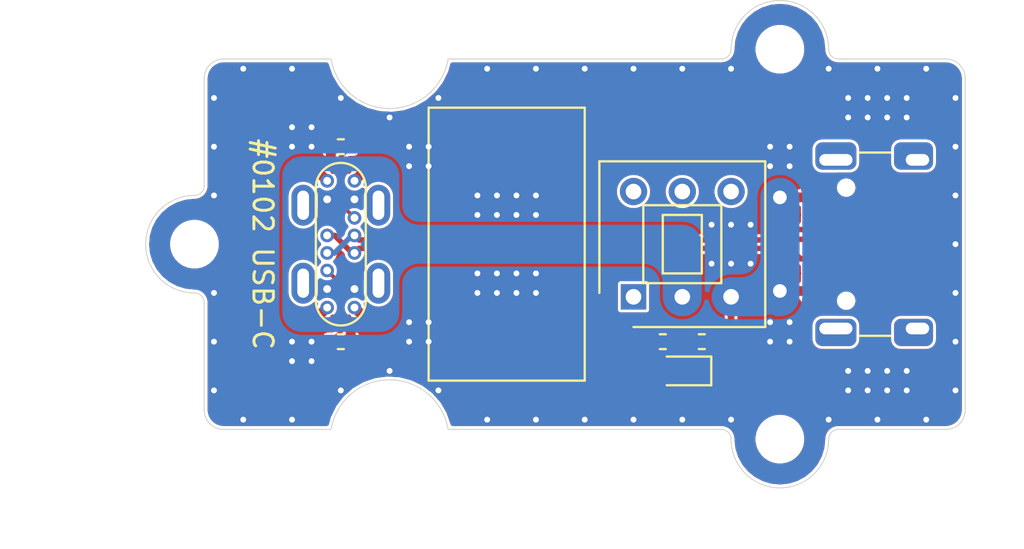
<source format=kicad_pcb>
(kicad_pcb (version 20171130) (host pcbnew "(5.1.12-1-10_14)")

  (general
    (thickness 1.2)
    (drawings 46)
    (tracks 144)
    (zones 0)
    (modules 11)
    (nets 11)
  )

  (page A4)
  (layers
    (0 F.Cu signal)
    (31 B.Cu signal)
    (32 B.Adhes user)
    (33 F.Adhes user)
    (34 B.Paste user)
    (35 F.Paste user)
    (36 B.SilkS user)
    (37 F.SilkS user)
    (38 B.Mask user)
    (39 F.Mask user)
    (40 Dwgs.User user)
    (41 Cmts.User user)
    (42 Eco1.User user)
    (43 Eco2.User user)
    (44 Edge.Cuts user)
    (45 Margin user)
    (46 B.CrtYd user)
    (47 F.CrtYd user)
    (48 B.Fab user hide)
    (49 F.Fab user hide)
  )

  (setup
    (last_trace_width 0.2)
    (user_trace_width 0.2)
    (user_trace_width 0.28)
    (user_trace_width 0.35)
    (user_trace_width 0.5)
    (user_trace_width 0.6)
    (user_trace_width 0.8)
    (user_trace_width 1)
    (user_trace_width 1.5)
    (user_trace_width 2)
    (trace_clearance 0.15)
    (zone_clearance 0.15)
    (zone_45_only no)
    (trace_min 0.15)
    (via_size 0.7)
    (via_drill 0.4)
    (via_min_size 0.4)
    (via_min_drill 0.3)
    (user_via 0.5 0.3)
    (user_via 0.7 0.4)
    (user_via 0.8 0.5)
    (user_via 0.9 0.6)
    (user_via 1 0.7)
    (uvia_size 0.3)
    (uvia_drill 0.1)
    (uvias_allowed no)
    (uvia_min_size 0.2)
    (uvia_min_drill 0.1)
    (edge_width 0.05)
    (segment_width 0.2)
    (pcb_text_width 0.3)
    (pcb_text_size 1.5 1.5)
    (mod_edge_width 0.12)
    (mod_text_size 0.8 0.8)
    (mod_text_width 0.12)
    (pad_size 1.524 1.524)
    (pad_drill 0.762)
    (pad_to_mask_clearance 0.05)
    (solder_mask_min_width 0.1)
    (aux_axis_origin 0 0)
    (grid_origin 100 100)
    (visible_elements FFFFFF7F)
    (pcbplotparams
      (layerselection 0x010fc_ffffffff)
      (usegerberextensions false)
      (usegerberattributes true)
      (usegerberadvancedattributes true)
      (creategerberjobfile true)
      (excludeedgelayer true)
      (linewidth 0.100000)
      (plotframeref false)
      (viasonmask false)
      (mode 1)
      (useauxorigin false)
      (hpglpennumber 1)
      (hpglpenspeed 20)
      (hpglpendiameter 15.000000)
      (psnegative false)
      (psa4output false)
      (plotreference true)
      (plotvalue true)
      (plotinvisibletext false)
      (padsonsilk false)
      (subtractmaskfromsilk false)
      (outputformat 1)
      (mirror false)
      (drillshape 1)
      (scaleselection 1)
      (outputdirectory ""))
  )

  (net 0 "")
  (net 1 "Net-(J1-PadS1)")
  (net 2 /D+)
  (net 3 /D-)
  (net 4 GND)
  (net 5 "Net-(J2-PadS1)")
  (net 6 /VIN)
  (net 7 "Net-(D1-Pad2)")
  (net 8 "Net-(J1-PadB5)")
  (net 9 "Net-(J1-PadA5)")
  (net 10 /VOUT)

  (net_class Default "This is the default net class."
    (clearance 0.15)
    (trace_width 0.2)
    (via_dia 0.7)
    (via_drill 0.4)
    (uvia_dia 0.3)
    (uvia_drill 0.1)
    (diff_pair_width 0.28)
    (diff_pair_gap 0.15)
    (add_net /D+)
    (add_net /D-)
    (add_net /VIN)
    (add_net /VOUT)
    (add_net GND)
    (add_net "Net-(D1-Pad2)")
    (add_net "Net-(J1-PadA5)")
    (add_net "Net-(J1-PadB5)")
    (add_net "Net-(J1-PadS1)")
    (add_net "Net-(J2-PadS1)")
  )

  (net_class RF ""
    (clearance 0.25)
    (trace_width 0.35)
    (via_dia 0.7)
    (via_drill 0.4)
    (uvia_dia 0.3)
    (uvia_drill 0.1)
    (diff_pair_width 0.28)
    (diff_pair_gap 0.15)
  )

  (net_class VCC ""
    (clearance 0.15)
    (trace_width 0.5)
    (via_dia 0.7)
    (via_drill 0.4)
    (uvia_dia 0.3)
    (uvia_drill 0.1)
    (diff_pair_width 0.28)
    (diff_pair_gap 0.15)
  )

  (module Resistor_SMD:R_0402_1005Metric (layer F.Cu) (tedit 5F68FEEE) (tstamp 63069526)
    (at 107.5 105)
    (descr "Resistor SMD 0402 (1005 Metric), square (rectangular) end terminal, IPC_7351 nominal, (Body size source: IPC-SM-782 page 72, https://www.pcb-3d.com/wordpress/wp-content/uploads/ipc-sm-782a_amendment_1_and_2.pdf), generated with kicad-footprint-generator")
    (tags resistor)
    (path /63096C7D)
    (attr smd)
    (fp_text reference R4 (at 0 -1.17) (layer F.SilkS) hide
      (effects (font (size 1 1) (thickness 0.15)))
    )
    (fp_text value 5.1K (at 0 1.17) (layer F.Fab)
      (effects (font (size 1 1) (thickness 0.15)))
    )
    (fp_line (start 0.93 0.47) (end -0.93 0.47) (layer F.CrtYd) (width 0.05))
    (fp_line (start 0.93 -0.47) (end 0.93 0.47) (layer F.CrtYd) (width 0.05))
    (fp_line (start -0.93 -0.47) (end 0.93 -0.47) (layer F.CrtYd) (width 0.05))
    (fp_line (start -0.93 0.47) (end -0.93 -0.47) (layer F.CrtYd) (width 0.05))
    (fp_line (start -0.153641 0.38) (end 0.153641 0.38) (layer F.SilkS) (width 0.12))
    (fp_line (start -0.153641 -0.38) (end 0.153641 -0.38) (layer F.SilkS) (width 0.12))
    (fp_line (start 0.525 0.27) (end -0.525 0.27) (layer F.Fab) (width 0.1))
    (fp_line (start 0.525 -0.27) (end 0.525 0.27) (layer F.Fab) (width 0.1))
    (fp_line (start -0.525 -0.27) (end 0.525 -0.27) (layer F.Fab) (width 0.1))
    (fp_line (start -0.525 0.27) (end -0.525 -0.27) (layer F.Fab) (width 0.1))
    (fp_text user %R (at 0 0) (layer F.Fab)
      (effects (font (size 0.26 0.26) (thickness 0.04)))
    )
    (pad 2 smd roundrect (at 0.51 0) (size 0.54 0.64) (layers F.Cu F.Paste F.Mask) (roundrect_rratio 0.25)
      (net 8 "Net-(J1-PadB5)"))
    (pad 1 smd roundrect (at -0.51 0) (size 0.54 0.64) (layers F.Cu F.Paste F.Mask) (roundrect_rratio 0.25)
      (net 4 GND))
    (model ${KISYS3DMOD}/Resistor_SMD.3dshapes/R_0402_1005Metric.wrl
      (at (xyz 0 0 0))
      (scale (xyz 1 1 1))
      (rotate (xyz 0 0 0))
    )
  )

  (module Resistor_SMD:R_0402_1005Metric (layer F.Cu) (tedit 5F68FEEE) (tstamp 63069515)
    (at 107.5 115 180)
    (descr "Resistor SMD 0402 (1005 Metric), square (rectangular) end terminal, IPC_7351 nominal, (Body size source: IPC-SM-782 page 72, https://www.pcb-3d.com/wordpress/wp-content/uploads/ipc-sm-782a_amendment_1_and_2.pdf), generated with kicad-footprint-generator")
    (tags resistor)
    (path /630985D2)
    (attr smd)
    (fp_text reference R3 (at 0 -1.17) (layer F.SilkS) hide
      (effects (font (size 1 1) (thickness 0.15)))
    )
    (fp_text value 5.1K (at 0 1.17) (layer F.Fab)
      (effects (font (size 1 1) (thickness 0.15)))
    )
    (fp_line (start 0.93 0.47) (end -0.93 0.47) (layer F.CrtYd) (width 0.05))
    (fp_line (start 0.93 -0.47) (end 0.93 0.47) (layer F.CrtYd) (width 0.05))
    (fp_line (start -0.93 -0.47) (end 0.93 -0.47) (layer F.CrtYd) (width 0.05))
    (fp_line (start -0.93 0.47) (end -0.93 -0.47) (layer F.CrtYd) (width 0.05))
    (fp_line (start -0.153641 0.38) (end 0.153641 0.38) (layer F.SilkS) (width 0.12))
    (fp_line (start -0.153641 -0.38) (end 0.153641 -0.38) (layer F.SilkS) (width 0.12))
    (fp_line (start 0.525 0.27) (end -0.525 0.27) (layer F.Fab) (width 0.1))
    (fp_line (start 0.525 -0.27) (end 0.525 0.27) (layer F.Fab) (width 0.1))
    (fp_line (start -0.525 -0.27) (end 0.525 -0.27) (layer F.Fab) (width 0.1))
    (fp_line (start -0.525 0.27) (end -0.525 -0.27) (layer F.Fab) (width 0.1))
    (fp_text user %R (at 0 0) (layer F.Fab)
      (effects (font (size 0.26 0.26) (thickness 0.04)))
    )
    (pad 2 smd roundrect (at 0.51 0 180) (size 0.54 0.64) (layers F.Cu F.Paste F.Mask) (roundrect_rratio 0.25)
      (net 9 "Net-(J1-PadA5)"))
    (pad 1 smd roundrect (at -0.51 0 180) (size 0.54 0.64) (layers F.Cu F.Paste F.Mask) (roundrect_rratio 0.25)
      (net 4 GND))
    (model ${KISYS3DMOD}/Resistor_SMD.3dshapes/R_0402_1005Metric.wrl
      (at (xyz 0 0 0))
      (scale (xyz 1 1 1))
      (rotate (xyz 0 0 0))
    )
  )

  (module JLC-SMT:SW_Push_DPDT_8.5x8.5mm (layer F.Cu) (tedit 6305C4F1) (tstamp 63064BED)
    (at 125 110 90)
    (path /630644EB)
    (fp_text reference SW1 (at 0 5.5 90) (layer F.SilkS) hide
      (effects (font (size 1 1) (thickness 0.15)))
    )
    (fp_text value EN (at 0 7 90) (layer F.Fab)
      (effects (font (size 1 1) (thickness 0.15)))
    )
    (fp_line (start 4.25 -4.25) (end -2.5 -4.25) (layer F.SilkS) (width 0.12))
    (fp_line (start 4.25 4.25) (end 4.25 -4.25) (layer F.SilkS) (width 0.12))
    (fp_line (start -4.25 4.25) (end 4.25 4.25) (layer F.SilkS) (width 0.12))
    (fp_line (start -4.25 -2.5) (end -4.25 4.25) (layer F.SilkS) (width 0.12))
    (fp_line (start 1.5 -1) (end -1.5 -1) (layer F.SilkS) (width 0.12))
    (fp_line (start 1.5 1) (end 1.5 -1) (layer F.SilkS) (width 0.12))
    (fp_line (start -1.5 1) (end 1.5 1) (layer F.SilkS) (width 0.12))
    (fp_line (start -1.5 -1) (end -1.5 1) (layer F.SilkS) (width 0.12))
    (fp_line (start 2 -2) (end -2 -2) (layer F.SilkS) (width 0.12))
    (fp_line (start 2 2) (end 2 -2) (layer F.SilkS) (width 0.12))
    (fp_line (start -2 2) (end 2 2) (layer F.SilkS) (width 0.12))
    (fp_line (start -2 -2) (end -2 2) (layer F.SilkS) (width 0.12))
    (fp_line (start 4.25 -4.25) (end -4.25 -4.25) (layer F.CrtYd) (width 0.12))
    (fp_line (start 4.25 4.25) (end 4.25 -4.25) (layer F.CrtYd) (width 0.12))
    (fp_line (start -4.25 4.25) (end 4.25 4.25) (layer F.CrtYd) (width 0.12))
    (fp_line (start -4.25 -4.25) (end -4.25 4.25) (layer F.CrtYd) (width 0.12))
    (pad 6 thru_hole circle (at 2.7 2.5 90) (size 1.4 1.4) (drill 0.8) (layers *.Cu *.Mask))
    (pad 5 thru_hole circle (at 2.7 0 90) (size 1.4 1.4) (drill 0.8) (layers *.Cu *.Mask))
    (pad 4 thru_hole circle (at 2.7 -2.5 90) (size 1.4 1.4) (drill 0.8) (layers *.Cu *.Mask))
    (pad 3 thru_hole circle (at -2.7 2.5 90) (size 1.4 1.4) (drill 0.8) (layers *.Cu *.Mask)
      (net 10 /VOUT))
    (pad 2 thru_hole circle (at -2.7 0 90) (size 1.4 1.4) (drill 0.8) (layers *.Cu *.Mask)
      (net 6 /VIN))
    (pad 1 thru_hole rect (at -2.7 -2.5 90) (size 1.3 1.3) (drill 0.8) (layers *.Cu *.Mask))
  )

  (module MountingHole:MountingHole_2.2mm_M2 (layer F.Cu) (tedit 56D1B4CB) (tstamp 63067BA0)
    (at 130 120)
    (descr "Mounting Hole 2.2mm, no annular, M2")
    (tags "mounting hole 2.2mm no annular m2")
    (path /63089FE0)
    (attr virtual)
    (fp_text reference H3 (at 0 -3.2) (layer F.SilkS) hide
      (effects (font (size 1 1) (thickness 0.15)))
    )
    (fp_text value MountingHole (at 0 3.2) (layer F.Fab)
      (effects (font (size 1 1) (thickness 0.15)))
    )
    (fp_circle (center 0 0) (end 2.45 0) (layer F.CrtYd) (width 0.05))
    (fp_circle (center 0 0) (end 2.2 0) (layer Cmts.User) (width 0.15))
    (fp_text user %R (at 0.3 0) (layer F.Fab)
      (effects (font (size 1 1) (thickness 0.15)))
    )
    (pad 1 np_thru_hole circle (at 0 0) (size 2.2 2.2) (drill 2.2) (layers *.Cu *.Mask))
  )

  (module MountingHole:MountingHole_2.2mm_M2 (layer F.Cu) (tedit 56D1B4CB) (tstamp 63066EAA)
    (at 100 110)
    (descr "Mounting Hole 2.2mm, no annular, M2")
    (tags "mounting hole 2.2mm no annular m2")
    (path /630827A3)
    (attr virtual)
    (fp_text reference H2 (at 0 -3.2) (layer F.SilkS) hide
      (effects (font (size 1 1) (thickness 0.15)))
    )
    (fp_text value MountingHole (at 0 3.2) (layer F.Fab)
      (effects (font (size 1 1) (thickness 0.15)))
    )
    (fp_circle (center 0 0) (end 2.45 0) (layer F.CrtYd) (width 0.05))
    (fp_circle (center 0 0) (end 2.2 0) (layer Cmts.User) (width 0.15))
    (fp_text user %R (at 0.3 0) (layer F.Fab)
      (effects (font (size 1 1) (thickness 0.15)))
    )
    (pad 1 np_thru_hole circle (at 0 0) (size 2.2 2.2) (drill 2.2) (layers *.Cu *.Mask))
  )

  (module MountingHole:MountingHole_2.2mm_M2 (layer F.Cu) (tedit 56D1B4CB) (tstamp 63066EA2)
    (at 130 100)
    (descr "Mounting Hole 2.2mm, no annular, M2")
    (tags "mounting hole 2.2mm no annular m2")
    (path /63082217)
    (attr virtual)
    (fp_text reference H1 (at 0 -3.2) (layer F.SilkS) hide
      (effects (font (size 1 1) (thickness 0.15)))
    )
    (fp_text value MountingHole (at 0 3.2) (layer F.Fab)
      (effects (font (size 1 1) (thickness 0.15)))
    )
    (fp_circle (center 0 0) (end 2.45 0) (layer F.CrtYd) (width 0.05))
    (fp_circle (center 0 0) (end 2.2 0) (layer Cmts.User) (width 0.15))
    (fp_text user %R (at 0.3 0) (layer F.Fab)
      (effects (font (size 1 1) (thickness 0.15)))
    )
    (pad 1 np_thru_hole circle (at 0 0) (size 2.2 2.2) (drill 2.2) (layers *.Cu *.Mask))
  )

  (module JLC-SMT:KINGHELM_KH-TYPE-C-L10-14P (layer F.Cu) (tedit 6305D424) (tstamp 6306347D)
    (at 107.5 110 90)
    (path /6305BC90)
    (fp_text reference J1 (at 0 3.5 90) (layer F.SilkS) hide
      (effects (font (size 1 1) (thickness 0.15)))
    )
    (fp_text value UPSTREAM (at 0 5 90) (layer F.Fab)
      (effects (font (size 1 1) (thickness 0.15)))
    )
    (fp_line (start -2.89 1.28) (end 2.89 1.28) (layer F.SilkS) (width 0.12))
    (fp_line (start -2.89 -1.28) (end 2.89 -1.28) (layer F.SilkS) (width 0.12))
    (fp_line (start 4.17 -1.93) (end -4.17 -1.93) (layer F.CrtYd) (width 0.05))
    (fp_line (start 4.17 1.93) (end 4.17 -1.93) (layer F.CrtYd) (width 0.05))
    (fp_line (start -4.17 1.93) (end 4.17 1.93) (layer F.CrtYd) (width 0.05))
    (fp_line (start -4.17 -1.93) (end -4.17 1.93) (layer F.CrtYd) (width 0.05))
    (fp_line (start 4.17 -1.28) (end -4.17 -1.28) (layer Dwgs.User) (width 0.12))
    (fp_line (start 4.17 1.28) (end 4.17 -1.28) (layer Dwgs.User) (width 0.12))
    (fp_line (start -4.17 1.28) (end 4.17 1.28) (layer Dwgs.User) (width 0.12))
    (fp_line (start -4.17 -1.28) (end -4.17 1.28) (layer Dwgs.User) (width 0.12))
    (fp_arc (start -2.89 0) (end -2.89 -1.28) (angle -180) (layer F.SilkS) (width 0.12))
    (fp_arc (start 2.89 0) (end 2.89 1.28) (angle -180) (layer F.SilkS) (width 0.12))
    (pad B12 thru_hole circle (at -3.25 0.7 90) (size 0.7 0.7) (drill 0.4) (layers *.Cu *.Mask)
      (net 4 GND))
    (pad B9 thru_hole circle (at -2.3 0.7 90) (size 0.7 0.7) (drill 0.4) (layers *.Cu *.Mask)
      (net 6 /VIN))
    (pad B7 thru_hole circle (at -0.45 0.7 90) (size 0.7 0.7) (drill 0.4) (layers *.Cu *.Mask)
      (net 3 /D-))
    (pad B6 thru_hole circle (at 0.45 0.7 90) (size 0.7 0.7) (drill 0.4) (layers *.Cu *.Mask)
      (net 2 /D+))
    (pad B5 thru_hole circle (at 1.35 0.7 90) (size 0.7 0.7) (drill 0.4) (layers *.Cu *.Mask)
      (net 8 "Net-(J1-PadB5)"))
    (pad B4 thru_hole circle (at 2.3 0.7 90) (size 0.7 0.7) (drill 0.4) (layers *.Cu *.Mask)
      (net 6 /VIN))
    (pad B1 thru_hole circle (at 3.25 0.7 90) (size 0.7 0.7) (drill 0.4) (layers *.Cu *.Mask)
      (net 4 GND))
    (pad A12 thru_hole circle (at 3.25 -0.7 90) (size 0.7 0.7) (drill 0.4) (layers *.Cu *.Mask)
      (net 4 GND))
    (pad A9 thru_hole circle (at 2.3 -0.7 90) (size 0.7 0.7) (drill 0.4) (layers *.Cu *.Mask)
      (net 6 /VIN))
    (pad A7 thru_hole circle (at 0.45 -0.7 90) (size 0.7 0.7) (drill 0.4) (layers *.Cu *.Mask)
      (net 3 /D-))
    (pad A6 thru_hole circle (at -0.45 -0.7 90) (size 0.7 0.7) (drill 0.4) (layers *.Cu *.Mask)
      (net 2 /D+))
    (pad A5 thru_hole circle (at -1.35 -0.7 90) (size 0.7 0.7) (drill 0.4) (layers *.Cu *.Mask)
      (net 9 "Net-(J1-PadA5)"))
    (pad A4 thru_hole circle (at -2.3 -0.7 90) (size 0.7 0.7) (drill 0.4) (layers *.Cu *.Mask)
      (net 6 /VIN))
    (pad A1 thru_hole circle (at -3.25 -0.7 90) (size 0.7 0.7) (drill 0.4) (layers *.Cu *.Mask)
      (net 4 GND))
    (pad S4 thru_hole oval (at 2 1.93 90) (size 2.1 1.2) (drill oval 1.5 0.6) (layers *.Cu *.Mask))
    (pad S1 thru_hole oval (at 2 -1.93 90) (size 2.1 1.2) (drill oval 1.5 0.6) (layers *.Cu *.Mask)
      (net 1 "Net-(J1-PadS1)"))
    (pad S1 thru_hole oval (at -2 1.93 90) (size 2.1 1.2) (drill oval 1.5 0.6) (layers *.Cu *.Mask)
      (net 1 "Net-(J1-PadS1)"))
    (pad S1 thru_hole oval (at -2 -1.93 90) (size 2.1 1.2) (drill oval 1.5 0.6) (layers *.Cu *.Mask)
      (net 1 "Net-(J1-PadS1)"))
  )

  (module Resistor_SMD:R_0402_1005Metric (layer F.Cu) (tedit 5F68FEEE) (tstamp 630638DD)
    (at 124 115 180)
    (descr "Resistor SMD 0402 (1005 Metric), square (rectangular) end terminal, IPC_7351 nominal, (Body size source: IPC-SM-782 page 72, https://www.pcb-3d.com/wordpress/wp-content/uploads/ipc-sm-782a_amendment_1_and_2.pdf), generated with kicad-footprint-generator")
    (tags resistor)
    (path /63071094)
    (attr smd)
    (fp_text reference R2 (at 0 -1.17) (layer F.SilkS) hide
      (effects (font (size 1 1) (thickness 0.15)))
    )
    (fp_text value 47.5K (at 0 1.17) (layer F.Fab)
      (effects (font (size 1 1) (thickness 0.15)))
    )
    (fp_line (start 0.93 0.47) (end -0.93 0.47) (layer F.CrtYd) (width 0.05))
    (fp_line (start 0.93 -0.47) (end 0.93 0.47) (layer F.CrtYd) (width 0.05))
    (fp_line (start -0.93 -0.47) (end 0.93 -0.47) (layer F.CrtYd) (width 0.05))
    (fp_line (start -0.93 0.47) (end -0.93 -0.47) (layer F.CrtYd) (width 0.05))
    (fp_line (start -0.153641 0.38) (end 0.153641 0.38) (layer F.SilkS) (width 0.12))
    (fp_line (start -0.153641 -0.38) (end 0.153641 -0.38) (layer F.SilkS) (width 0.12))
    (fp_line (start 0.525 0.27) (end -0.525 0.27) (layer F.Fab) (width 0.1))
    (fp_line (start 0.525 -0.27) (end 0.525 0.27) (layer F.Fab) (width 0.1))
    (fp_line (start -0.525 -0.27) (end 0.525 -0.27) (layer F.Fab) (width 0.1))
    (fp_line (start -0.525 0.27) (end -0.525 -0.27) (layer F.Fab) (width 0.1))
    (fp_text user %R (at 0 0) (layer F.Fab)
      (effects (font (size 0.26 0.26) (thickness 0.04)))
    )
    (pad 2 smd roundrect (at 0.51 0 180) (size 0.54 0.64) (layers F.Cu F.Paste F.Mask) (roundrect_rratio 0.25)
      (net 4 GND))
    (pad 1 smd roundrect (at -0.51 0 180) (size 0.54 0.64) (layers F.Cu F.Paste F.Mask) (roundrect_rratio 0.25)
      (net 7 "Net-(D1-Pad2)"))
    (model ${KISYS3DMOD}/Resistor_SMD.3dshapes/R_0402_1005Metric.wrl
      (at (xyz 0 0 0))
      (scale (xyz 1 1 1))
      (rotate (xyz 0 0 0))
    )
  )

  (module Resistor_SMD:R_0402_1005Metric (layer F.Cu) (tedit 5F68FEEE) (tstamp 630638CC)
    (at 126 115 180)
    (descr "Resistor SMD 0402 (1005 Metric), square (rectangular) end terminal, IPC_7351 nominal, (Body size source: IPC-SM-782 page 72, https://www.pcb-3d.com/wordpress/wp-content/uploads/ipc-sm-782a_amendment_1_and_2.pdf), generated with kicad-footprint-generator")
    (tags resistor)
    (path /6306F344)
    (attr smd)
    (fp_text reference R1 (at 0 -1.17) (layer F.SilkS) hide
      (effects (font (size 1 1) (thickness 0.15)))
    )
    (fp_text value 22.1K (at 0 1.17) (layer F.Fab)
      (effects (font (size 1 1) (thickness 0.15)))
    )
    (fp_line (start 0.93 0.47) (end -0.93 0.47) (layer F.CrtYd) (width 0.05))
    (fp_line (start 0.93 -0.47) (end 0.93 0.47) (layer F.CrtYd) (width 0.05))
    (fp_line (start -0.93 -0.47) (end 0.93 -0.47) (layer F.CrtYd) (width 0.05))
    (fp_line (start -0.93 0.47) (end -0.93 -0.47) (layer F.CrtYd) (width 0.05))
    (fp_line (start -0.153641 0.38) (end 0.153641 0.38) (layer F.SilkS) (width 0.12))
    (fp_line (start -0.153641 -0.38) (end 0.153641 -0.38) (layer F.SilkS) (width 0.12))
    (fp_line (start 0.525 0.27) (end -0.525 0.27) (layer F.Fab) (width 0.1))
    (fp_line (start 0.525 -0.27) (end 0.525 0.27) (layer F.Fab) (width 0.1))
    (fp_line (start -0.525 -0.27) (end 0.525 -0.27) (layer F.Fab) (width 0.1))
    (fp_line (start -0.525 0.27) (end -0.525 -0.27) (layer F.Fab) (width 0.1))
    (fp_text user %R (at 0 0) (layer F.Fab)
      (effects (font (size 0.26 0.26) (thickness 0.04)))
    )
    (pad 2 smd roundrect (at 0.51 0 180) (size 0.54 0.64) (layers F.Cu F.Paste F.Mask) (roundrect_rratio 0.25)
      (net 7 "Net-(D1-Pad2)"))
    (pad 1 smd roundrect (at -0.51 0 180) (size 0.54 0.64) (layers F.Cu F.Paste F.Mask) (roundrect_rratio 0.25)
      (net 10 /VOUT))
    (model ${KISYS3DMOD}/Resistor_SMD.3dshapes/R_0402_1005Metric.wrl
      (at (xyz 0 0 0))
      (scale (xyz 1 1 1))
      (rotate (xyz 0 0 0))
    )
  )

  (module LED_SMD:LED_0603_1608Metric (layer F.Cu) (tedit 5F68FEF1) (tstamp 63068465)
    (at 125 116.5 180)
    (descr "LED SMD 0603 (1608 Metric), square (rectangular) end terminal, IPC_7351 nominal, (Body size source: http://www.tortai-tech.com/upload/download/2011102023233369053.pdf), generated with kicad-footprint-generator")
    (tags LED)
    (path /63072038)
    (attr smd)
    (fp_text reference D1 (at 0 -1.43) (layer F.SilkS) hide
      (effects (font (size 1 1) (thickness 0.15)))
    )
    (fp_text value POWER (at 0 1.43) (layer F.Fab)
      (effects (font (size 1 1) (thickness 0.15)))
    )
    (fp_line (start 1.48 0.73) (end -1.48 0.73) (layer F.CrtYd) (width 0.05))
    (fp_line (start 1.48 -0.73) (end 1.48 0.73) (layer F.CrtYd) (width 0.05))
    (fp_line (start -1.48 -0.73) (end 1.48 -0.73) (layer F.CrtYd) (width 0.05))
    (fp_line (start -1.48 0.73) (end -1.48 -0.73) (layer F.CrtYd) (width 0.05))
    (fp_line (start -1.485 0.735) (end 0.8 0.735) (layer F.SilkS) (width 0.12))
    (fp_line (start -1.485 -0.735) (end -1.485 0.735) (layer F.SilkS) (width 0.12))
    (fp_line (start 0.8 -0.735) (end -1.485 -0.735) (layer F.SilkS) (width 0.12))
    (fp_line (start 0.8 0.4) (end 0.8 -0.4) (layer F.Fab) (width 0.1))
    (fp_line (start -0.8 0.4) (end 0.8 0.4) (layer F.Fab) (width 0.1))
    (fp_line (start -0.8 -0.1) (end -0.8 0.4) (layer F.Fab) (width 0.1))
    (fp_line (start -0.5 -0.4) (end -0.8 -0.1) (layer F.Fab) (width 0.1))
    (fp_line (start 0.8 -0.4) (end -0.5 -0.4) (layer F.Fab) (width 0.1))
    (fp_text user %R (at 0 0) (layer F.Fab)
      (effects (font (size 0.4 0.4) (thickness 0.06)))
    )
    (pad 2 smd roundrect (at 0.7875 0 180) (size 0.875 0.95) (layers F.Cu F.Paste F.Mask) (roundrect_rratio 0.25)
      (net 7 "Net-(D1-Pad2)"))
    (pad 1 smd roundrect (at -0.7875 0 180) (size 0.875 0.95) (layers F.Cu F.Paste F.Mask) (roundrect_rratio 0.25)
      (net 4 GND))
    (model ${KISYS3DMOD}/LED_SMD.3dshapes/LED_0603_1608Metric.wrl
      (at (xyz 0 0 0))
      (scale (xyz 1 1 1))
      (rotate (xyz 0 0 0))
    )
  )

  (module JLC-SMT:HRO_TYPE-C-31-M-12 (layer F.Cu) (tedit 61CC9EBB) (tstamp 630634A2)
    (at 136 110 90)
    (path /6305DF64)
    (attr smd)
    (fp_text reference J2 (at 0 -5.645 90) (layer F.SilkS) hide
      (effects (font (size 1 1) (thickness 0.15)))
    )
    (fp_text value DOWNSTREAM (at 0 5.1 90) (layer F.Fab)
      (effects (font (size 1 1) (thickness 0.15)))
    )
    (fp_line (start -4.7 -1.9) (end -4.7 -0.3) (layer F.SilkS) (width 0.12))
    (fp_line (start 4.7 -1.9) (end 4.7 -0.3) (layer F.SilkS) (width 0.12))
    (fp_line (start 5.32 -5.27) (end 5.32 4.15) (layer F.CrtYd) (width 0.05))
    (fp_line (start -5.32 -5.27) (end -5.32 4.15) (layer F.CrtYd) (width 0.05))
    (fp_line (start -5.32 4.15) (end 5.32 4.15) (layer F.CrtYd) (width 0.05))
    (fp_line (start -5.32 -5.27) (end 5.32 -5.27) (layer F.CrtYd) (width 0.05))
    (fp_line (start 4.47 -3.65) (end 4.47 3.65) (layer F.Fab) (width 0.1))
    (fp_line (start -4.47 3.65) (end 4.47 3.65) (layer F.Fab) (width 0.1))
    (fp_line (start -4.47 -3.65) (end -4.47 3.65) (layer F.Fab) (width 0.1))
    (fp_line (start -4.47 -3.65) (end 4.47 -3.65) (layer F.Fab) (width 0.1))
    (fp_text user %R (at 0 0 90) (layer F.Fab)
      (effects (font (size 1 1) (thickness 0.15)))
    )
    (pad S1 thru_hole roundrect (at 4.325 1.05 90) (size 1.4 2) (drill oval 0.6 1.2 (offset 0.2 -0.2)) (layers *.Cu *.Mask) (roundrect_rratio 0.25)
      (net 5 "Net-(J2-PadS1)"))
    (pad "" np_thru_hole circle (at 2.9 -2.6 90) (size 0.65 0.65) (drill 0.65) (layers *.Cu *.Mask))
    (pad S1 thru_hole roundrect (at -4.325 1.05 90) (size 1.4 2) (drill oval 0.6 1.2 (offset -0.2 -0.2)) (layers *.Cu *.Mask) (roundrect_rratio 0.25)
      (net 5 "Net-(J2-PadS1)"))
    (pad "" np_thru_hole circle (at -2.9 -2.6 90) (size 0.65 0.65) (drill 0.65) (layers *.Cu *.Mask))
    (pad S1 thru_hole roundrect (at -4.325 -3.13 90) (size 1.4 2.1) (drill oval 0.6 1.7 (offset -0.2 0)) (layers *.Cu *.Mask) (roundrect_rratio 0.25)
      (net 5 "Net-(J2-PadS1)"))
    (pad S1 thru_hole roundrect (at 4.325 -3.13 90) (size 1.4 2.1) (drill oval 0.6 1.7 (offset 0.2 0)) (layers *.Cu *.Mask) (roundrect_rratio 0.25)
      (net 5 "Net-(J2-PadS1)"))
    (pad A6 smd rect (at -0.25 -4.045 90) (size 0.3 1.45) (layers F.Cu F.Paste F.Mask)
      (net 2 /D+))
    (pad B5 smd rect (at 1.75 -4.045 90) (size 0.3 1.45) (layers F.Cu F.Paste F.Mask))
    (pad A8 smd rect (at 1.25 -4.045 90) (size 0.3 1.45) (layers F.Cu F.Paste F.Mask))
    (pad B6 smd rect (at 0.75 -4.045 90) (size 0.3 1.45) (layers F.Cu F.Paste F.Mask)
      (net 2 /D+))
    (pad A7 smd rect (at 0.25 -4.045 90) (size 0.3 1.45) (layers F.Cu F.Paste F.Mask)
      (net 3 /D-))
    (pad B7 smd rect (at -0.75 -4.045 90) (size 0.3 1.45) (layers F.Cu F.Paste F.Mask)
      (net 3 /D-))
    (pad A5 smd rect (at -1.25 -4.045 90) (size 0.3 1.45) (layers F.Cu F.Paste F.Mask))
    (pad B8 smd rect (at -1.75 -4.045 90) (size 0.3 1.45) (layers F.Cu F.Paste F.Mask))
    (pad A12 smd rect (at 3.2 -4.045 90) (size 0.6 1.45) (layers F.Cu F.Paste F.Mask)
      (net 4 GND))
    (pad B4 smd rect (at 2.4 -4.045 90) (size 0.6 1.45) (layers F.Cu F.Paste F.Mask)
      (net 10 /VOUT))
    (pad A4 smd rect (at -2.4 -4.045 90) (size 0.6 1.45) (layers F.Cu F.Paste F.Mask)
      (net 10 /VOUT))
    (pad A1 smd rect (at -3.2 -4.045 90) (size 0.6 1.45) (layers F.Cu F.Paste F.Mask)
      (net 4 GND))
    (pad B12 smd rect (at -3.2 -4.045 90) (size 0.6 1.45) (layers F.Cu F.Paste F.Mask)
      (net 4 GND))
    (pad B9 smd rect (at -2.4 -4.045 90) (size 0.6 1.45) (layers F.Cu F.Paste F.Mask)
      (net 10 /VOUT))
    (pad A9 smd rect (at 2.4 -4.045 90) (size 0.6 1.45) (layers F.Cu F.Paste F.Mask)
      (net 10 /VOUT))
    (pad B1 smd rect (at 3.2 -4.045 90) (size 0.6 1.45) (layers F.Cu F.Paste F.Mask)
      (net 4 GND))
    (model ${CUSTOM_DIR}/HRO_TYPE-C-31-M-12.step
      (offset (xyz -4.45 -3.65 0))
      (scale (xyz 1 1 1))
      (rotate (xyz 0 0 0))
    )
  )

  (gr_line (start 139.2 100.8) (end 100.8 100.8) (layer Margin) (width 0.15))
  (gr_line (start 139.2 119.2) (end 139.2 100.8) (layer Margin) (width 0.15))
  (gr_line (start 100.8 119.2) (end 139.2 119.2) (layer Margin) (width 0.15))
  (gr_line (start 100.8 100.8) (end 100.8 119.2) (layer Margin) (width 0.15))
  (gr_text "#0102 USB-C" (at 103.5 110 -90) (layer F.SilkS)
    (effects (font (size 1 1) (thickness 0.15)))
  )
  (gr_line (start 112 103) (end 120 103) (layer F.SilkS) (width 0.12))
  (gr_line (start 112 117) (end 112 103) (layer F.SilkS) (width 0.12))
  (gr_line (start 120 117) (end 112 117) (layer F.SilkS) (width 0.12))
  (gr_line (start 120 103) (end 120 117) (layer F.SilkS) (width 0.12))
  (gr_arc (start 110 100) (end 107.000001 100.499999) (angle -161.0753556) (layer Edge.Cuts) (width 0.05))
  (gr_arc (start 110 120) (end 112.999999 119.500001) (angle -161.0753556) (layer Edge.Cuts) (width 0.05))
  (gr_arc (start 100 107) (end 100 107.5) (angle -90) (layer Edge.Cuts) (width 0.05))
  (gr_arc (start 100 113) (end 100.5 113) (angle -90) (layer Edge.Cuts) (width 0.05))
  (gr_arc (start 100 110) (end 100 107.5) (angle -180) (layer Edge.Cuts) (width 0.05))
  (gr_arc (start 127 120) (end 127.5 120) (angle -90) (layer Edge.Cuts) (width 0.05))
  (gr_arc (start 130 120) (end 127.5 120) (angle -180) (layer Edge.Cuts) (width 0.05))
  (gr_arc (start 133 120) (end 133 119.5) (angle -90) (layer Edge.Cuts) (width 0.05))
  (gr_arc (start 133 100) (end 132.5 100) (angle -90) (layer Edge.Cuts) (width 0.05))
  (gr_arc (start 127 100) (end 127 100.5) (angle -90) (layer Edge.Cuts) (width 0.05))
  (gr_arc (start 130 100) (end 132.5 100) (angle -180) (layer Edge.Cuts) (width 0.05))
  (gr_circle (center 125 110) (end 127.5 110) (layer Dwgs.User) (width 0.05))
  (gr_line (start 127 119.5) (end 113 119.5) (layer Edge.Cuts) (width 0.05))
  (gr_line (start 138.5 119.5) (end 133 119.5) (layer Edge.Cuts) (width 0.05))
  (gr_line (start 139.5 101.5) (end 139.5 118.5) (layer Edge.Cuts) (width 0.05))
  (gr_line (start 133 100.5) (end 138.5 100.5) (layer Edge.Cuts) (width 0.05) (tstamp 63067D0D))
  (gr_line (start 113 100.5) (end 127 100.5) (layer Edge.Cuts) (width 0.05))
  (gr_line (start 100.5 113) (end 100.5 118.5) (layer Edge.Cuts) (width 0.05) (tstamp 630673D8))
  (gr_circle (center 140 110) (end 142.5 110) (layer Dwgs.User) (width 0.05) (tstamp 63067A02))
  (gr_circle (center 130 120) (end 132.5 120) (layer Dwgs.User) (width 0.05) (tstamp 63067A02))
  (gr_circle (center 130 100) (end 132.5 100) (layer Dwgs.User) (width 0.05) (tstamp 63067A02))
  (gr_circle (center 110 120) (end 112.5 120) (layer Dwgs.User) (width 0.05))
  (gr_circle (center 100 110) (end 102.5 110) (layer Dwgs.User) (width 0.05))
  (gr_circle (center 110 100) (end 112.5 100) (layer Dwgs.User) (width 0.05))
  (gr_arc (start 138.5 101.5) (end 139.5 101.5) (angle -90) (layer Edge.Cuts) (width 0.05))
  (gr_arc (start 101.5 101.5) (end 101.5 100.5) (angle -90) (layer Edge.Cuts) (width 0.05))
  (gr_arc (start 101.5 118.5) (end 100.5 118.5) (angle -90) (layer Edge.Cuts) (width 0.05))
  (gr_arc (start 138.5 118.5) (end 138.5 119.5) (angle -90) (layer Edge.Cuts) (width 0.05))
  (gr_line (start 140 100) (end 100 100) (layer Dwgs.User) (width 0.05) (tstamp 63064FD2))
  (gr_line (start 140 120) (end 140 100) (layer Dwgs.User) (width 0.05))
  (gr_line (start 100 120) (end 140 120) (layer Dwgs.User) (width 0.05))
  (gr_line (start 100 100) (end 100 120) (layer Dwgs.User) (width 0.05))
  (gr_line (start 107 100.5) (end 101.5 100.5) (layer Edge.Cuts) (width 0.05) (tstamp 6306367E))
  (gr_line (start 101.5 119.5) (end 107 119.5) (layer Edge.Cuts) (width 0.05))
  (gr_line (start 100.5 101.5) (end 100.5 107) (layer Edge.Cuts) (width 0.05))
  (dimension 40 (width 0.15) (layer Dwgs.User)
    (gr_text "40.000 mm" (at 120 126.3) (layer Dwgs.User)
      (effects (font (size 1 1) (thickness 0.15)))
    )
    (feature1 (pts (xy 140 120) (xy 140 125.586421)))
    (feature2 (pts (xy 100 120) (xy 100 125.586421)))
    (crossbar (pts (xy 100 125) (xy 140 125)))
    (arrow1a (pts (xy 140 125) (xy 138.873496 125.586421)))
    (arrow1b (pts (xy 140 125) (xy 138.873496 124.413579)))
    (arrow2a (pts (xy 100 125) (xy 101.126504 125.586421)))
    (arrow2b (pts (xy 100 125) (xy 101.126504 124.413579)))
  )
  (dimension 20 (width 0.15) (layer Dwgs.User)
    (gr_text "20.000 mm" (at 93.7 110 270) (layer Dwgs.User)
      (effects (font (size 1 1) (thickness 0.15)))
    )
    (feature1 (pts (xy 100 120) (xy 94.413579 120)))
    (feature2 (pts (xy 100 100) (xy 94.413579 100)))
    (crossbar (pts (xy 95 100) (xy 95 120)))
    (arrow1a (pts (xy 95 120) (xy 94.413579 118.873496)))
    (arrow1b (pts (xy 95 120) (xy 95.586421 118.873496)))
    (arrow2a (pts (xy 95 100) (xy 94.413579 101.126504)))
    (arrow2b (pts (xy 95 100) (xy 95.586421 101.126504)))
  )

  (segment (start 108.435 109.785) (end 108.2 109.55) (width 0.28) (layer F.Cu) (net 2))
  (segment (start 129.310944 109.785) (end 108.435 109.785) (width 0.28) (layer F.Cu) (net 2))
  (segment (start 129.810944 109.285) (end 129.310944 109.785) (width 0.28) (layer F.Cu) (net 2))
  (segment (start 131.955 109.25) (end 130.867499 109.25) (width 0.28) (layer F.Cu) (net 2))
  (segment (start 130.867499 109.25) (end 130.832499 109.285) (width 0.28) (layer F.Cu) (net 2))
  (segment (start 130.832499 109.285) (end 129.810944 109.285) (width 0.28) (layer F.Cu) (net 2))
  (segment (start 108.078798 109.55) (end 108.2 109.55) (width 0.28) (layer B.Cu) (net 2))
  (segment (start 107.178798 110.45) (end 108.078798 109.55) (width 0.28) (layer B.Cu) (net 2))
  (segment (start 106.8 110.45) (end 107.178798 110.45) (width 0.28) (layer B.Cu) (net 2))
  (segment (start 132.85 109.25) (end 131.955 109.25) (width 0.28) (layer F.Cu) (net 2))
  (segment (start 132.970001 109.370001) (end 132.85 109.25) (width 0.28) (layer F.Cu) (net 2))
  (segment (start 132.970001 110.132001) (end 132.970001 109.370001) (width 0.28) (layer F.Cu) (net 2))
  (segment (start 132.852002 110.25) (end 132.970001 110.132001) (width 0.28) (layer F.Cu) (net 2))
  (segment (start 131.955 110.25) (end 132.852002 110.25) (width 0.28) (layer F.Cu) (net 2))
  (segment (start 108.435 110.215) (end 108.2 110.45) (width 0.28) (layer F.Cu) (net 3))
  (segment (start 129.489056 110.215) (end 108.435 110.215) (width 0.28) (layer F.Cu) (net 3))
  (segment (start 131.955 109.75) (end 130.867499 109.75) (width 0.28) (layer F.Cu) (net 3))
  (segment (start 130.832499 109.715) (end 129.989056 109.715) (width 0.28) (layer F.Cu) (net 3))
  (segment (start 130.867499 109.75) (end 130.832499 109.715) (width 0.28) (layer F.Cu) (net 3))
  (segment (start 129.989056 109.715) (end 129.489056 110.215) (width 0.28) (layer F.Cu) (net 3))
  (segment (start 108.078798 110.45) (end 108.2 110.45) (width 0.28) (layer F.Cu) (net 3))
  (segment (start 107.178798 109.55) (end 108.078798 110.45) (width 0.28) (layer F.Cu) (net 3))
  (segment (start 106.8 109.55) (end 107.178798 109.55) (width 0.28) (layer F.Cu) (net 3))
  (segment (start 130.867499 110.559501) (end 130.867499 109.75) (width 0.28) (layer F.Cu) (net 3))
  (segment (start 131.057998 110.75) (end 130.867499 110.559501) (width 0.28) (layer F.Cu) (net 3))
  (segment (start 131.955 110.75) (end 131.057998 110.75) (width 0.28) (layer F.Cu) (net 3))
  (via (at 102.5 101) (size 0.5) (drill 0.3) (layers F.Cu B.Cu) (net 4))
  (via (at 105 101) (size 0.5) (drill 0.3) (layers F.Cu B.Cu) (net 4))
  (via (at 101 105) (size 0.5) (drill 0.3) (layers F.Cu B.Cu) (net 4))
  (via (at 101 115) (size 0.5) (drill 0.3) (layers F.Cu B.Cu) (net 4))
  (via (at 105 119) (size 0.5) (drill 0.3) (layers F.Cu B.Cu) (net 4))
  (via (at 115 119) (size 0.5) (drill 0.3) (layers F.Cu B.Cu) (net 4))
  (via (at 120 119) (size 0.5) (drill 0.3) (layers F.Cu B.Cu) (net 4))
  (via (at 125 119) (size 0.5) (drill 0.3) (layers F.Cu B.Cu) (net 4))
  (via (at 135 119) (size 0.5) (drill 0.3) (layers F.Cu B.Cu) (net 4))
  (via (at 139 117.5) (size 0.5) (drill 0.3) (layers F.Cu B.Cu) (net 4))
  (via (at 139 115) (size 0.5) (drill 0.3) (layers F.Cu B.Cu) (net 4))
  (via (at 139 105) (size 0.5) (drill 0.3) (layers F.Cu B.Cu) (net 4))
  (via (at 137.5 101) (size 0.5) (drill 0.3) (layers F.Cu B.Cu) (net 4))
  (via (at 135 101) (size 0.5) (drill 0.3) (layers F.Cu B.Cu) (net 4))
  (via (at 125 101) (size 0.5) (drill 0.3) (layers F.Cu B.Cu) (net 4))
  (via (at 120 101) (size 0.5) (drill 0.3) (layers F.Cu B.Cu) (net 4))
  (via (at 115 101) (size 0.5) (drill 0.3) (layers F.Cu B.Cu) (net 4))
  (via (at 101 102.5) (size 0.5) (drill 0.3) (layers F.Cu B.Cu) (net 4))
  (via (at 101 107.5) (size 0.5) (drill 0.3) (layers F.Cu B.Cu) (net 4))
  (via (at 101 112.5) (size 0.5) (drill 0.3) (layers F.Cu B.Cu) (net 4))
  (via (at 101 117.5) (size 0.5) (drill 0.3) (layers F.Cu B.Cu) (net 4))
  (via (at 102.5 119) (size 0.5) (drill 0.3) (layers F.Cu B.Cu) (net 4))
  (via (at 117.5 119) (size 0.5) (drill 0.3) (layers F.Cu B.Cu) (net 4))
  (via (at 122.5 119) (size 0.5) (drill 0.3) (layers F.Cu B.Cu) (net 4))
  (via (at 117.5 101) (size 0.5) (drill 0.3) (layers F.Cu B.Cu) (net 4))
  (via (at 122.5 101) (size 0.5) (drill 0.3) (layers F.Cu B.Cu) (net 4))
  (via (at 127.5 101) (size 0.5) (drill 0.3) (layers F.Cu B.Cu) (net 4))
  (via (at 127.5 119) (size 0.5) (drill 0.3) (layers F.Cu B.Cu) (net 4))
  (via (at 132.5 119) (size 0.5) (drill 0.3) (layers F.Cu B.Cu) (net 4))
  (via (at 132.5 101) (size 0.5) (drill 0.3) (layers F.Cu B.Cu) (net 4))
  (via (at 139 102.5) (size 0.5) (drill 0.3) (layers F.Cu B.Cu) (net 4))
  (via (at 139 107.5) (size 0.5) (drill 0.3) (layers F.Cu B.Cu) (net 4))
  (via (at 139 110) (size 0.5) (drill 0.3) (layers F.Cu B.Cu) (net 4))
  (via (at 139 112.5) (size 0.5) (drill 0.3) (layers F.Cu B.Cu) (net 4))
  (via (at 137.5 119) (size 0.5) (drill 0.3) (layers F.Cu B.Cu) (net 4))
  (via (at 107.5 102.5) (size 0.5) (drill 0.3) (layers F.Cu B.Cu) (net 4))
  (via (at 112.5 102.5) (size 0.5) (drill 0.3) (layers F.Cu B.Cu) (net 4))
  (via (at 110 103.5) (size 0.5) (drill 0.3) (layers F.Cu B.Cu) (net 4))
  (via (at 110 116.5) (size 0.5) (drill 0.3) (layers F.Cu B.Cu) (net 4))
  (via (at 107.5 117.5) (size 0.5) (drill 0.3) (layers F.Cu B.Cu) (net 4))
  (via (at 112.5 117.5) (size 0.5) (drill 0.3) (layers F.Cu B.Cu) (net 4))
  (via (at 105 115) (size 0.5) (drill 0.3) (layers F.Cu B.Cu) (net 4))
  (via (at 106 115) (size 0.5) (drill 0.3) (layers F.Cu B.Cu) (net 4))
  (via (at 105 105) (size 0.5) (drill 0.3) (layers F.Cu B.Cu) (net 4))
  (via (at 106 105) (size 0.5) (drill 0.3) (layers F.Cu B.Cu) (net 4))
  (via (at 111 105) (size 0.5) (drill 0.3) (layers F.Cu B.Cu) (net 4))
  (via (at 111 106) (size 0.5) (drill 0.3) (layers F.Cu B.Cu) (net 4))
  (via (at 114.5 107.5) (size 0.5) (drill 0.3) (layers F.Cu B.Cu) (net 4))
  (via (at 114.5 108.5) (size 0.5) (drill 0.3) (layers F.Cu B.Cu) (net 4))
  (via (at 114.5 111.5) (size 0.5) (drill 0.3) (layers F.Cu B.Cu) (net 4))
  (via (at 114.5 112.5) (size 0.5) (drill 0.3) (layers F.Cu B.Cu) (net 4))
  (via (at 115.5 111.5) (size 0.5) (drill 0.3) (layers F.Cu B.Cu) (net 4))
  (via (at 116.5 111.5) (size 0.5) (drill 0.3) (layers F.Cu B.Cu) (net 4))
  (via (at 117.5 111.5) (size 0.5) (drill 0.3) (layers F.Cu B.Cu) (net 4))
  (via (at 115.5 108.5) (size 0.5) (drill 0.3) (layers F.Cu B.Cu) (net 4))
  (via (at 116.5 108.5) (size 0.5) (drill 0.3) (layers F.Cu B.Cu) (net 4))
  (via (at 117.5 108.5) (size 0.5) (drill 0.3) (layers F.Cu B.Cu) (net 4))
  (via (at 115.5 107.5) (size 0.5) (drill 0.3) (layers F.Cu B.Cu) (net 4))
  (via (at 116.5 107.5) (size 0.5) (drill 0.3) (layers F.Cu B.Cu) (net 4))
  (via (at 117.5 107.5) (size 0.5) (drill 0.3) (layers F.Cu B.Cu) (net 4))
  (via (at 115.5 112.5) (size 0.5) (drill 0.3) (layers F.Cu B.Cu) (net 4))
  (via (at 116.5 112.5) (size 0.5) (drill 0.3) (layers F.Cu B.Cu) (net 4))
  (via (at 117.5 112.5) (size 0.5) (drill 0.3) (layers F.Cu B.Cu) (net 4))
  (via (at 133.5 116.5) (size 0.5) (drill 0.3) (layers F.Cu B.Cu) (net 4))
  (via (at 134.5 116.5) (size 0.5) (drill 0.3) (layers F.Cu B.Cu) (net 4))
  (via (at 135.5 116.5) (size 0.5) (drill 0.3) (layers F.Cu B.Cu) (net 4))
  (via (at 133.5 117.5) (size 0.5) (drill 0.3) (layers F.Cu B.Cu) (net 4))
  (via (at 134.5 117.5) (size 0.5) (drill 0.3) (layers F.Cu B.Cu) (net 4))
  (via (at 135.5 117.5) (size 0.5) (drill 0.3) (layers F.Cu B.Cu) (net 4))
  (via (at 136.5 116.5) (size 0.5) (drill 0.3) (layers F.Cu B.Cu) (net 4))
  (via (at 136.5 117.5) (size 0.5) (drill 0.3) (layers F.Cu B.Cu) (net 4))
  (via (at 133.5 103.5) (size 0.5) (drill 0.3) (layers F.Cu B.Cu) (net 4))
  (via (at 134.5 103.5) (size 0.5) (drill 0.3) (layers F.Cu B.Cu) (net 4))
  (via (at 135.5 103.5) (size 0.5) (drill 0.3) (layers F.Cu B.Cu) (net 4))
  (via (at 136.5 103.5) (size 0.5) (drill 0.3) (layers F.Cu B.Cu) (net 4))
  (via (at 136.5 102.5) (size 0.5) (drill 0.3) (layers F.Cu B.Cu) (net 4))
  (via (at 135.5 102.5) (size 0.5) (drill 0.3) (layers F.Cu B.Cu) (net 4))
  (via (at 134.5 102.5) (size 0.5) (drill 0.3) (layers F.Cu B.Cu) (net 4))
  (via (at 133.5 102.5) (size 0.5) (drill 0.3) (layers F.Cu B.Cu) (net 4))
  (via (at 128.5 111) (size 0.5) (drill 0.3) (layers F.Cu B.Cu) (net 4))
  (via (at 127.5 111) (size 0.5) (drill 0.3) (layers F.Cu B.Cu) (net 4))
  (via (at 126.5 111) (size 0.5) (drill 0.3) (layers F.Cu B.Cu) (net 4))
  (via (at 126.5 109) (size 0.5) (drill 0.3) (layers F.Cu B.Cu) (net 4))
  (via (at 127.5 109) (size 0.5) (drill 0.3) (layers F.Cu B.Cu) (net 4))
  (via (at 128.5 109) (size 0.5) (drill 0.3) (layers F.Cu B.Cu) (net 4))
  (via (at 106 116) (size 0.5) (drill 0.3) (layers F.Cu B.Cu) (net 4))
  (via (at 105 116) (size 0.5) (drill 0.3) (layers F.Cu B.Cu) (net 4))
  (via (at 106 104) (size 0.5) (drill 0.3) (layers F.Cu B.Cu) (net 4))
  (via (at 105 104) (size 0.5) (drill 0.3) (layers F.Cu B.Cu) (net 4))
  (via (at 130.5 106) (size 0.5) (drill 0.3) (layers F.Cu B.Cu) (net 4))
  (via (at 129.5 106) (size 0.5) (drill 0.3) (layers F.Cu B.Cu) (net 4))
  (via (at 129.5 105) (size 0.5) (drill 0.3) (layers F.Cu B.Cu) (net 4))
  (via (at 130.5 105) (size 0.5) (drill 0.3) (layers F.Cu B.Cu) (net 4))
  (via (at 129.5 114) (size 0.5) (drill 0.3) (layers F.Cu B.Cu) (net 4))
  (via (at 130.5 114) (size 0.5) (drill 0.3) (layers F.Cu B.Cu) (net 4))
  (via (at 130.5 115) (size 0.5) (drill 0.3) (layers F.Cu B.Cu) (net 4))
  (via (at 129.5 115) (size 0.5) (drill 0.3) (layers F.Cu B.Cu) (net 4))
  (via (at 112 105) (size 0.5) (drill 0.3) (layers F.Cu B.Cu) (net 4))
  (via (at 112 106) (size 0.5) (drill 0.3) (layers F.Cu B.Cu) (net 4))
  (via (at 112 114) (size 0.5) (drill 0.3) (layers F.Cu B.Cu) (net 4))
  (via (at 111 115) (size 0.5) (drill 0.3) (layers F.Cu B.Cu) (net 4))
  (via (at 112 115) (size 0.5) (drill 0.3) (layers F.Cu B.Cu) (net 4))
  (via (at 111 114) (size 0.5) (drill 0.3) (layers F.Cu B.Cu) (net 4))
  (segment (start 125.49 115) (end 124.51 115) (width 0.35) (layer F.Cu) (net 7))
  (segment (start 124.2125 115.2975) (end 124.51 115) (width 0.35) (layer F.Cu) (net 7))
  (segment (start 124.2125 116.5) (end 124.2125 115.2975) (width 0.35) (layer F.Cu) (net 7))
  (segment (start 108.2 108.65) (end 107.5 107.95) (width 0.2) (layer F.Cu) (net 8))
  (segment (start 107.5 105.51) (end 108.01 105) (width 0.2) (layer F.Cu) (net 8))
  (segment (start 107.5 107.95) (end 107.5 105.51) (width 0.2) (layer F.Cu) (net 8))
  (segment (start 106.8 111.35) (end 107.5 112.05) (width 0.2) (layer F.Cu) (net 9))
  (segment (start 107.5 114.49) (end 106.99 115) (width 0.2) (layer F.Cu) (net 9))
  (segment (start 107.5 112.05) (end 107.5 114.49) (width 0.2) (layer F.Cu) (net 9))
  (via (at 130 107.6) (size 1) (drill 0.7) (layers F.Cu B.Cu) (net 10))
  (segment (start 131.955 107.6) (end 130 107.6) (width 0.5) (layer F.Cu) (net 10))
  (via (at 130 112.4) (size 1) (drill 0.7) (layers F.Cu B.Cu) (net 10))
  (segment (start 131.955 112.4) (end 130 112.4) (width 0.5) (layer F.Cu) (net 10))
  (segment (start 127.5 114.01) (end 126.51 115) (width 0.35) (layer F.Cu) (net 10))
  (segment (start 127.5 112.7) (end 127.5 114.01) (width 0.35) (layer F.Cu) (net 10))

  (zone (net 4) (net_name GND) (layer F.Cu) (tstamp 0) (hatch edge 0.508)
    (connect_pads (clearance 0.15))
    (min_thickness 0.254)
    (fill yes (arc_segments 32) (thermal_gap 0.15) (thermal_bridge_width 0.508) (smoothing fillet) (radius 1))
    (polygon
      (pts
        (xy 142.5 122.5) (xy 97.5 122.5) (xy 97.5 97.5) (xy 142.5 97.5)
      )
    )
    (filled_polygon
      (pts
        (xy 130.411591 97.842355) (xy 130.822846 97.963394) (xy 131.202753 98.162005) (xy 131.536848 98.430626) (xy 131.812404 98.759019)
        (xy 132.018927 99.134684) (xy 132.148552 99.543314) (xy 132.197874 99.983029) (xy 132.198004 100.001742) (xy 132.198014 100.004529)
        (xy 132.199346 100.017653) (xy 132.199254 100.030861) (xy 132.199666 100.035058) (xy 132.209866 100.132107) (xy 132.215373 100.158933)
        (xy 132.220499 100.185806) (xy 132.221718 100.189843) (xy 132.250574 100.283062) (xy 132.261167 100.30826) (xy 132.271435 100.333675)
        (xy 132.273415 100.337398) (xy 132.319828 100.423235) (xy 132.335113 100.445897) (xy 132.350121 100.468831) (xy 132.352786 100.472099)
        (xy 132.414988 100.547287) (xy 132.434367 100.56653) (xy 132.453559 100.586129) (xy 132.456808 100.588817) (xy 132.532429 100.650493)
        (xy 132.5552 100.665622) (xy 132.577815 100.681107) (xy 132.581525 100.683112) (xy 132.667686 100.728924) (xy 132.692996 100.739356)
        (xy 132.718148 100.750136) (xy 132.722176 100.751383) (xy 132.815594 100.779588) (xy 132.842422 100.7849) (xy 132.86922 100.790596)
        (xy 132.873414 100.791037) (xy 132.970532 100.800559) (xy 132.970536 100.800559) (xy 132.985167 100.802) (xy 138.485226 100.802)
        (xy 138.635294 100.816715) (xy 138.765438 100.856007) (xy 138.885465 100.919827) (xy 138.990812 101.005745) (xy 139.077469 101.110494)
        (xy 139.142125 101.230074) (xy 139.182324 101.359936) (xy 139.198 101.509079) (xy 139.198001 118.485216) (xy 139.183285 118.635297)
        (xy 139.143993 118.765438) (xy 139.080173 118.885465) (xy 138.994253 118.990814) (xy 138.889504 119.07747) (xy 138.769926 119.142125)
        (xy 138.640059 119.182325) (xy 138.490922 119.198) (xy 132.985167 119.198) (xy 132.972217 119.199276) (xy 132.969139 119.199254)
        (xy 132.964942 119.199666) (xy 132.867894 119.209866) (xy 132.841075 119.215371) (xy 132.814194 119.220499) (xy 132.810157 119.221718)
        (xy 132.716938 119.250574) (xy 132.691711 119.261178) (xy 132.666325 119.271435) (xy 132.662602 119.273415) (xy 132.576764 119.319828)
        (xy 132.5541 119.335115) (xy 132.531169 119.350121) (xy 132.527901 119.352786) (xy 132.452712 119.414988) (xy 132.43345 119.434386)
        (xy 132.413871 119.453559) (xy 132.411183 119.456808) (xy 132.349507 119.532429) (xy 132.334378 119.5552) (xy 132.318893 119.577815)
        (xy 132.316888 119.581525) (xy 132.271076 119.667686) (xy 132.260644 119.692996) (xy 132.249864 119.718148) (xy 132.248617 119.722176)
        (xy 132.220412 119.815594) (xy 132.215101 119.842416) (xy 132.209404 119.86922) (xy 132.208963 119.873414) (xy 132.199442 119.970516)
        (xy 132.199441 119.97053) (xy 132.154719 120.426646) (xy 132.030814 120.837039) (xy 131.829555 121.215553) (xy 131.55861 121.547765)
        (xy 131.228297 121.821023) (xy 130.851196 122.024921) (xy 130.44168 122.151687) (xy 130.015332 122.196498) (xy 129.588409 122.157645)
        (xy 129.177154 122.036606) (xy 128.79725 121.837998) (xy 128.463153 121.569377) (xy 128.187597 121.240983) (xy 127.981073 120.865316)
        (xy 127.851448 120.456686) (xy 127.802126 120.016972) (xy 127.801996 119.998258) (xy 127.801986 119.995471) (xy 127.800654 119.982347)
        (xy 127.800746 119.969139) (xy 127.800334 119.964942) (xy 127.790134 119.867894) (xy 127.789413 119.864377) (xy 128.623 119.864377)
        (xy 128.623 120.135623) (xy 128.675917 120.401656) (xy 128.779718 120.652254) (xy 128.930414 120.877787) (xy 129.122213 121.069586)
        (xy 129.347746 121.220282) (xy 129.598344 121.324083) (xy 129.864377 121.377) (xy 130.135623 121.377) (xy 130.401656 121.324083)
        (xy 130.652254 121.220282) (xy 130.877787 121.069586) (xy 131.069586 120.877787) (xy 131.220282 120.652254) (xy 131.324083 120.401656)
        (xy 131.377 120.135623) (xy 131.377 119.864377) (xy 131.324083 119.598344) (xy 131.220282 119.347746) (xy 131.069586 119.122213)
        (xy 130.877787 118.930414) (xy 130.652254 118.779718) (xy 130.401656 118.675917) (xy 130.135623 118.623) (xy 129.864377 118.623)
        (xy 129.598344 118.675917) (xy 129.347746 118.779718) (xy 129.122213 118.930414) (xy 128.930414 119.122213) (xy 128.779718 119.347746)
        (xy 128.675917 119.598344) (xy 128.623 119.864377) (xy 127.789413 119.864377) (xy 127.784629 119.841075) (xy 127.779501 119.814194)
        (xy 127.778282 119.810157) (xy 127.749426 119.716938) (xy 127.738822 119.691711) (xy 127.728565 119.666325) (xy 127.726585 119.662602)
        (xy 127.680172 119.576764) (xy 127.664885 119.5541) (xy 127.649879 119.531169) (xy 127.647214 119.527901) (xy 127.585012 119.452712)
        (xy 127.565614 119.43345) (xy 127.546441 119.413871) (xy 127.543192 119.411183) (xy 127.467571 119.349507) (xy 127.4448 119.334378)
        (xy 127.422185 119.318893) (xy 127.418475 119.316888) (xy 127.332314 119.271076) (xy 127.307004 119.260644) (xy 127.281852 119.249864)
        (xy 127.277824 119.248617) (xy 127.184406 119.220412) (xy 127.157584 119.215101) (xy 127.13078 119.209404) (xy 127.126586 119.208963)
        (xy 127.029469 119.199441) (xy 127.029464 119.199441) (xy 127.014833 119.198) (xy 113.244445 119.198) (xy 113.240707 119.181729)
        (xy 113.239338 119.177741) (xy 113.042786 118.617655) (xy 113.031278 118.592905) (xy 113.020053 118.567856) (xy 113.017935 118.564209)
        (xy 112.716337 118.052967) (xy 112.700216 118.030891) (xy 112.684364 118.008533) (xy 112.681579 118.005367) (xy 112.286425 117.562442)
        (xy 112.266306 117.543902) (xy 112.24643 117.525065) (xy 112.243083 117.5225) (xy 111.769422 117.164763) (xy 111.746129 117.15051)
        (xy 111.72293 117.135866) (xy 111.719148 117.134) (xy 111.185024 116.875077) (xy 111.159403 116.865619) (xy 111.133803 116.85576)
        (xy 111.129731 116.854665) (xy 110.555488 116.704418) (xy 110.528513 116.700116) (xy 110.50149 116.695418) (xy 110.497283 116.695134)
        (xy 109.904793 116.659287) (xy 109.877456 116.660308) (xy 109.850077 116.660947) (xy 109.845894 116.661486) (xy 109.257726 116.741403)
        (xy 109.231165 116.7477) (xy 109.204373 116.753658) (xy 109.200375 116.755) (xy 108.63893 116.947638) (xy 108.614071 116.958986)
        (xy 108.588974 116.970023) (xy 108.585313 116.972115) (xy 108.071978 117.270136) (xy 108.04979 117.286102) (xy 108.027322 117.301798)
        (xy 108.024136 117.304561) (xy 107.578464 117.696613) (xy 107.559799 117.716585) (xy 107.540808 117.736346) (xy 107.53822 117.739675)
        (xy 107.177184 118.210827) (xy 107.162745 118.234058) (xy 107.147963 118.257117) (xy 107.146071 118.260886) (xy 106.883426 118.79319)
        (xy 106.873779 118.818773) (xy 106.863753 118.844274) (xy 106.862629 118.848338) (xy 106.768529 119.198) (xy 101.514774 119.198)
        (xy 101.364703 119.183285) (xy 101.234562 119.143993) (xy 101.114535 119.080173) (xy 101.009186 118.994253) (xy 100.92253 118.889504)
        (xy 100.857875 118.769926) (xy 100.817675 118.640059) (xy 100.802 118.490922) (xy 100.802 116.24375) (xy 123.49666 116.24375)
        (xy 123.49666 116.75625) (xy 123.506211 116.853227) (xy 123.534499 116.946478) (xy 123.580435 117.032418) (xy 123.642254 117.107746)
        (xy 123.717582 117.169565) (xy 123.803522 117.215501) (xy 123.896773 117.243789) (xy 123.99375 117.25334) (xy 124.43125 117.25334)
        (xy 124.528227 117.243789) (xy 124.621478 117.215501) (xy 124.707418 117.169565) (xy 124.782746 117.107746) (xy 124.844565 117.032418)
        (xy 124.875255 116.975) (xy 125.07166 116.975) (xy 125.077008 117.029301) (xy 125.092847 117.081516) (xy 125.118569 117.129637)
        (xy 125.153184 117.171816) (xy 125.195363 117.206431) (xy 125.243484 117.232153) (xy 125.295699 117.247992) (xy 125.35 117.25334)
        (xy 125.59125 117.252) (xy 125.6605 117.18275) (xy 125.6605 116.627) (xy 125.9145 116.627) (xy 125.9145 117.18275)
        (xy 125.98375 117.252) (xy 126.225 117.25334) (xy 126.279301 117.247992) (xy 126.331516 117.232153) (xy 126.379637 117.206431)
        (xy 126.421816 117.171816) (xy 126.456431 117.129637) (xy 126.482153 117.081516) (xy 126.497992 117.029301) (xy 126.50334 116.975)
        (xy 126.502 116.69625) (xy 126.43275 116.627) (xy 125.9145 116.627) (xy 125.6605 116.627) (xy 125.14225 116.627)
        (xy 125.073 116.69625) (xy 125.07166 116.975) (xy 124.875255 116.975) (xy 124.890501 116.946478) (xy 124.918789 116.853227)
        (xy 124.92834 116.75625) (xy 124.92834 116.24375) (xy 124.918789 116.146773) (xy 124.890501 116.053522) (xy 124.875256 116.025)
        (xy 125.07166 116.025) (xy 125.073 116.30375) (xy 125.14225 116.373) (xy 125.6605 116.373) (xy 125.6605 115.81725)
        (xy 125.9145 115.81725) (xy 125.9145 116.373) (xy 126.43275 116.373) (xy 126.502 116.30375) (xy 126.50334 116.025)
        (xy 126.497992 115.970699) (xy 126.482153 115.918484) (xy 126.456431 115.870363) (xy 126.421816 115.828184) (xy 126.379637 115.793569)
        (xy 126.331516 115.767847) (xy 126.279301 115.752008) (xy 126.225 115.74666) (xy 125.98375 115.748) (xy 125.9145 115.81725)
        (xy 125.6605 115.81725) (xy 125.59125 115.748) (xy 125.35 115.74666) (xy 125.295699 115.752008) (xy 125.243484 115.767847)
        (xy 125.195363 115.793569) (xy 125.153184 115.828184) (xy 125.118569 115.870363) (xy 125.092847 115.918484) (xy 125.077008 115.970699)
        (xy 125.07166 116.025) (xy 124.875256 116.025) (xy 124.844565 115.967582) (xy 124.782746 115.892254) (xy 124.707418 115.830435)
        (xy 124.6645 115.807495) (xy 124.6645 115.596419) (xy 124.725639 115.590398) (xy 124.803178 115.566876) (xy 124.874639 115.52868)
        (xy 124.937276 115.477276) (xy 124.958019 115.452) (xy 125.041981 115.452) (xy 125.062724 115.477276) (xy 125.125361 115.52868)
        (xy 125.196822 115.566876) (xy 125.274361 115.590398) (xy 125.355 115.59834) (xy 125.625 115.59834) (xy 125.705639 115.590398)
        (xy 125.783178 115.566876) (xy 125.854639 115.52868) (xy 125.917276 115.477276) (xy 125.96868 115.414639) (xy 126 115.356042)
        (xy 126.03132 115.414639) (xy 126.082724 115.477276) (xy 126.145361 115.52868) (xy 126.216822 115.566876) (xy 126.294361 115.590398)
        (xy 126.375 115.59834) (xy 126.645 115.59834) (xy 126.725639 115.590398) (xy 126.803178 115.566876) (xy 126.874639 115.52868)
        (xy 126.937276 115.477276) (xy 126.98868 115.414639) (xy 127.026876 115.343178) (xy 127.050398 115.265639) (xy 127.05834 115.185)
        (xy 127.05834 115.090883) (xy 127.80391 114.345315) (xy 127.821159 114.331159) (xy 127.877643 114.262333) (xy 127.919614 114.18381)
        (xy 127.94546 114.098607) (xy 127.952 114.032205) (xy 127.952 114.032204) (xy 127.954187 114.010001) (xy 127.952 113.987798)
        (xy 127.952 113.570272) (xy 127.962783 113.565806) (xy 128.122801 113.458885) (xy 128.258885 113.322801) (xy 128.365806 113.162783)
        (xy 128.439454 112.98498) (xy 128.477 112.796226) (xy 128.477 112.603774) (xy 128.439454 112.41502) (xy 128.365806 112.237217)
        (xy 128.258885 112.077199) (xy 128.122801 111.941115) (xy 127.962783 111.834194) (xy 127.78498 111.760546) (xy 127.596226 111.723)
        (xy 127.403774 111.723) (xy 127.21502 111.760546) (xy 127.037217 111.834194) (xy 126.877199 111.941115) (xy 126.741115 112.077199)
        (xy 126.634194 112.237217) (xy 126.560546 112.41502) (xy 126.523 112.603774) (xy 126.523 112.796226) (xy 126.560546 112.98498)
        (xy 126.634194 113.162783) (xy 126.741115 113.322801) (xy 126.877199 113.458885) (xy 127.037217 113.565806) (xy 127.048001 113.570273)
        (xy 127.048001 113.822774) (xy 126.469116 114.40166) (xy 126.375 114.40166) (xy 126.294361 114.409602) (xy 126.216822 114.433124)
        (xy 126.145361 114.47132) (xy 126.082724 114.522724) (xy 126.03132 114.585361) (xy 126 114.643958) (xy 125.96868 114.585361)
        (xy 125.917276 114.522724) (xy 125.854639 114.47132) (xy 125.783178 114.433124) (xy 125.705639 114.409602) (xy 125.625 114.40166)
        (xy 125.355 114.40166) (xy 125.274361 114.409602) (xy 125.196822 114.433124) (xy 125.125361 114.47132) (xy 125.062724 114.522724)
        (xy 125.041981 114.548) (xy 124.958019 114.548) (xy 124.937276 114.522724) (xy 124.874639 114.47132) (xy 124.803178 114.433124)
        (xy 124.725639 114.409602) (xy 124.645 114.40166) (xy 124.375 114.40166) (xy 124.294361 114.409602) (xy 124.216822 114.433124)
        (xy 124.145361 114.47132) (xy 124.082724 114.522724) (xy 124.03132 114.585361) (xy 124.024581 114.59797) (xy 124.017153 114.573484)
        (xy 123.991431 114.525363) (xy 123.956816 114.483184) (xy 123.914637 114.448569) (xy 123.866516 114.422847) (xy 123.814301 114.407008)
        (xy 123.76 114.40166) (xy 123.68625 114.403) (xy 123.617 114.47225) (xy 123.617 114.873) (xy 123.637 114.873)
        (xy 123.637 115.127) (xy 123.617 115.127) (xy 123.617 115.52775) (xy 123.68625 115.597) (xy 123.76 115.59834)
        (xy 123.760501 115.598291) (xy 123.760501 115.807494) (xy 123.717582 115.830435) (xy 123.642254 115.892254) (xy 123.580435 115.967582)
        (xy 123.534499 116.053522) (xy 123.506211 116.146773) (xy 123.49666 116.24375) (xy 100.802 116.24375) (xy 100.802 112.985167)
        (xy 100.800724 112.972217) (xy 100.800746 112.969139) (xy 100.800334 112.964942) (xy 100.790134 112.867894) (xy 100.784629 112.841075)
        (xy 100.779501 112.814194) (xy 100.778282 112.810157) (xy 100.749426 112.716938) (xy 100.738822 112.691711) (xy 100.728565 112.666325)
        (xy 100.726585 112.662602) (xy 100.680172 112.576764) (xy 100.664885 112.5541) (xy 100.649879 112.531169) (xy 100.647214 112.527901)
        (xy 100.585012 112.452712) (xy 100.565614 112.43345) (xy 100.546441 112.413871) (xy 100.543192 112.411183) (xy 100.467571 112.349507)
        (xy 100.4448 112.334378) (xy 100.422185 112.318893) (xy 100.418475 112.316888) (xy 100.332314 112.271076) (xy 100.307004 112.260644)
        (xy 100.281852 112.249864) (xy 100.277824 112.248617) (xy 100.184406 112.220412) (xy 100.157584 112.215101) (xy 100.13078 112.209404)
        (xy 100.126586 112.208963) (xy 100.029484 112.199442) (xy 100.02947 112.199441) (xy 99.573354 112.154719) (xy 99.162961 112.030814)
        (xy 98.784447 111.829555) (xy 98.452235 111.55861) (xy 98.178977 111.228297) (xy 97.975079 110.851196) (xy 97.848313 110.44168)
        (xy 97.803502 110.015332) (xy 97.817239 109.864377) (xy 98.623 109.864377) (xy 98.623 110.135623) (xy 98.675917 110.401656)
        (xy 98.779718 110.652254) (xy 98.930414 110.877787) (xy 99.122213 111.069586) (xy 99.347746 111.220282) (xy 99.598344 111.324083)
        (xy 99.864377 111.377) (xy 100.135623 111.377) (xy 100.401656 111.324083) (xy 100.652254 111.220282) (xy 100.877787 111.069586)
        (xy 101.069586 110.877787) (xy 101.220282 110.652254) (xy 101.324083 110.401656) (xy 101.377 110.135623) (xy 101.377 109.864377)
        (xy 101.324083 109.598344) (xy 101.220282 109.347746) (xy 101.069586 109.122213) (xy 100.877787 108.930414) (xy 100.652254 108.779718)
        (xy 100.401656 108.675917) (xy 100.135623 108.623) (xy 99.864377 108.623) (xy 99.598344 108.675917) (xy 99.347746 108.779718)
        (xy 99.122213 108.930414) (xy 98.930414 109.122213) (xy 98.779718 109.347746) (xy 98.675917 109.598344) (xy 98.623 109.864377)
        (xy 97.817239 109.864377) (xy 97.842355 109.588409) (xy 97.963394 109.177154) (xy 98.162005 108.797247) (xy 98.430626 108.463152)
        (xy 98.759019 108.187596) (xy 99.134684 107.981073) (xy 99.543314 107.851448) (xy 99.983029 107.802126) (xy 100.001742 107.801996)
        (xy 100.004529 107.801986) (xy 100.017653 107.800654) (xy 100.030861 107.800746) (xy 100.035058 107.800334) (xy 100.132107 107.790134)
        (xy 100.158933 107.784627) (xy 100.185806 107.779501) (xy 100.189843 107.778282) (xy 100.283062 107.749426) (xy 100.30826 107.738833)
        (xy 100.333675 107.728565) (xy 100.337398 107.726585) (xy 100.423235 107.680172) (xy 100.445897 107.664887) (xy 100.468831 107.649879)
        (xy 100.472099 107.647214) (xy 100.547287 107.585012) (xy 100.56653 107.565633) (xy 100.586129 107.546441) (xy 100.588817 107.543192)
        (xy 100.618398 107.506922) (xy 104.693 107.506922) (xy 104.693 108.493079) (xy 104.705691 108.621922) (xy 104.755839 108.787237)
        (xy 104.837274 108.939592) (xy 104.946868 109.073133) (xy 105.080409 109.182727) (xy 105.232764 109.264162) (xy 105.398079 109.31431)
        (xy 105.57 109.331243) (xy 105.741922 109.31431) (xy 105.907237 109.264162) (xy 106.059592 109.182727) (xy 106.193133 109.073133)
        (xy 106.302727 108.939592) (xy 106.384162 108.787237) (xy 106.43431 108.621922) (xy 106.447 108.493079) (xy 106.447 108.218219)
        (xy 106.503004 108.25564) (xy 106.617111 108.302905) (xy 106.738246 108.327) (xy 106.861754 108.327) (xy 106.982889 108.302905)
        (xy 107.096996 108.25564) (xy 107.199689 108.187023) (xy 107.203604 108.183108) (xy 107.232131 108.217869) (xy 107.246519 108.229677)
        (xy 107.578324 108.561482) (xy 107.573 108.588246) (xy 107.573 108.711754) (xy 107.597095 108.832889) (xy 107.64436 108.946996)
        (xy 107.712977 109.049689) (xy 107.763288 109.1) (xy 107.712977 109.150311) (xy 107.64436 109.253004) (xy 107.597095 109.367111)
        (xy 107.595194 109.37667) (xy 107.488149 109.269625) (xy 107.475088 109.25371) (xy 107.411591 109.2016) (xy 107.339149 109.162879)
        (xy 107.282366 109.145654) (xy 107.199689 109.062977) (xy 107.096996 108.99436) (xy 106.982889 108.947095) (xy 106.861754 108.923)
        (xy 106.738246 108.923) (xy 106.617111 108.947095) (xy 106.503004 108.99436) (xy 106.400311 109.062977) (xy 106.312977 109.150311)
        (xy 106.24436 109.253004) (xy 106.197095 109.367111) (xy 106.173 109.488246) (xy 106.173 109.611754) (xy 106.197095 109.732889)
        (xy 106.24436 109.846996) (xy 106.312977 109.949689) (xy 106.363288 110) (xy 106.312977 110.050311) (xy 106.24436 110.153004)
        (xy 106.197095 110.267111) (xy 106.173 110.388246) (xy 106.173 110.511754) (xy 106.197095 110.632889) (xy 106.24436 110.746996)
        (xy 106.312977 110.849689) (xy 106.363288 110.9) (xy 106.312977 110.950311) (xy 106.267827 111.017883) (xy 106.193133 110.926867)
        (xy 106.059591 110.817273) (xy 105.907236 110.735838) (xy 105.741921 110.68569) (xy 105.57 110.668757) (xy 105.398078 110.68569)
        (xy 105.232763 110.735838) (xy 105.080408 110.817273) (xy 104.946867 110.926867) (xy 104.837273 111.060409) (xy 104.755838 111.212764)
        (xy 104.70569 111.378079) (xy 104.693 111.506922) (xy 104.693 112.493079) (xy 104.705691 112.621922) (xy 104.755839 112.787237)
        (xy 104.837274 112.939592) (xy 104.946868 113.073133) (xy 105.080409 113.182727) (xy 105.232764 113.264162) (xy 105.398079 113.31431)
        (xy 105.57 113.331243) (xy 105.741922 113.31431) (xy 105.907237 113.264162) (xy 106.059592 113.182727) (xy 106.193133 113.073133)
        (xy 106.201262 113.063228) (xy 106.186414 113.106978) (xy 106.170302 113.229431) (xy 106.178389 113.352674) (xy 106.210364 113.471971)
        (xy 106.226106 113.509978) (xy 106.323966 113.546429) (xy 106.620395 113.25) (xy 106.606253 113.235858) (xy 106.785858 113.056253)
        (xy 106.8 113.070395) (xy 106.814143 113.056253) (xy 106.993748 113.235858) (xy 106.979605 113.25) (xy 106.993748 113.264143)
        (xy 106.814143 113.443748) (xy 106.8 113.429605) (xy 106.503571 113.726034) (xy 106.540022 113.823894) (xy 106.656978 113.863586)
        (xy 106.779431 113.879698) (xy 106.902674 113.871611) (xy 107.021971 113.839636) (xy 107.059978 113.823894) (xy 107.096428 113.726036)
        (xy 107.123001 113.752609) (xy 107.123001 114.33384) (xy 107.055181 114.40166) (xy 106.855 114.40166) (xy 106.774361 114.409602)
        (xy 106.696822 114.433124) (xy 106.625361 114.47132) (xy 106.562724 114.522724) (xy 106.51132 114.585361) (xy 106.473124 114.656822)
        (xy 106.449602 114.734361) (xy 106.44166 114.815) (xy 106.44166 115.185) (xy 106.449602 115.265639) (xy 106.473124 115.343178)
        (xy 106.51132 115.414639) (xy 106.562724 115.477276) (xy 106.625361 115.52868) (xy 106.696822 115.566876) (xy 106.774361 115.590398)
        (xy 106.855 115.59834) (xy 107.125 115.59834) (xy 107.205639 115.590398) (xy 107.283178 115.566876) (xy 107.354639 115.52868)
        (xy 107.417276 115.477276) (xy 107.46868 115.414639) (xy 107.475419 115.40203) (xy 107.482847 115.426516) (xy 107.508569 115.474637)
        (xy 107.543184 115.516816) (xy 107.585363 115.551431) (xy 107.633484 115.577153) (xy 107.685699 115.592992) (xy 107.74 115.59834)
        (xy 107.81375 115.597) (xy 107.883 115.52775) (xy 107.883 115.127) (xy 108.137 115.127) (xy 108.137 115.52775)
        (xy 108.20625 115.597) (xy 108.28 115.59834) (xy 108.334301 115.592992) (xy 108.386516 115.577153) (xy 108.434637 115.551431)
        (xy 108.476816 115.516816) (xy 108.511431 115.474637) (xy 108.537153 115.426516) (xy 108.552992 115.374301) (xy 108.55834 115.32)
        (xy 122.94166 115.32) (xy 122.947008 115.374301) (xy 122.962847 115.426516) (xy 122.988569 115.474637) (xy 123.023184 115.516816)
        (xy 123.065363 115.551431) (xy 123.113484 115.577153) (xy 123.165699 115.592992) (xy 123.22 115.59834) (xy 123.29375 115.597)
        (xy 123.363 115.52775) (xy 123.363 115.127) (xy 123.01225 115.127) (xy 122.943 115.19625) (xy 122.94166 115.32)
        (xy 108.55834 115.32) (xy 108.557 115.19625) (xy 108.48775 115.127) (xy 108.137 115.127) (xy 107.883 115.127)
        (xy 107.863 115.127) (xy 107.863 114.873) (xy 107.883 114.873) (xy 107.883 114.47225) (xy 108.137 114.47225)
        (xy 108.137 114.873) (xy 108.48775 114.873) (xy 108.557 114.80375) (xy 108.55834 114.68) (xy 122.94166 114.68)
        (xy 122.943 114.80375) (xy 123.01225 114.873) (xy 123.363 114.873) (xy 123.363 114.47225) (xy 123.29375 114.403)
        (xy 123.22 114.40166) (xy 123.165699 114.407008) (xy 123.113484 114.422847) (xy 123.065363 114.448569) (xy 123.023184 114.483184)
        (xy 122.988569 114.525363) (xy 122.962847 114.573484) (xy 122.947008 114.625699) (xy 122.94166 114.68) (xy 108.55834 114.68)
        (xy 108.552992 114.625699) (xy 108.537153 114.573484) (xy 108.511431 114.525363) (xy 108.476816 114.483184) (xy 108.434637 114.448569)
        (xy 108.386516 114.422847) (xy 108.334301 114.407008) (xy 108.28 114.40166) (xy 108.20625 114.403) (xy 108.137 114.47225)
        (xy 107.883 114.47225) (xy 107.877 114.46625) (xy 107.877 113.752608) (xy 107.903572 113.726036) (xy 107.940022 113.823894)
        (xy 108.056978 113.863586) (xy 108.179431 113.879698) (xy 108.302674 113.871611) (xy 108.421971 113.839636) (xy 108.459978 113.823894)
        (xy 108.496429 113.726034) (xy 108.2 113.429605) (xy 108.185858 113.443748) (xy 108.006253 113.264143) (xy 108.020395 113.25)
        (xy 108.006253 113.235858) (xy 108.185858 113.056253) (xy 108.2 113.070395) (xy 108.214143 113.056253) (xy 108.393748 113.235858)
        (xy 108.379605 113.25) (xy 108.676034 113.546429) (xy 108.773894 113.509978) (xy 108.813586 113.393022) (xy 108.829698 113.270569)
        (xy 108.821611 113.147326) (xy 108.799231 113.063827) (xy 108.806868 113.073133) (xy 108.940409 113.182727) (xy 109.092764 113.264162)
        (xy 109.258079 113.31431) (xy 109.43 113.331243) (xy 109.601922 113.31431) (xy 109.767237 113.264162) (xy 109.919592 113.182727)
        (xy 110.053133 113.073133) (xy 110.162727 112.939592) (xy 110.244162 112.787237) (xy 110.29431 112.621922) (xy 110.307 112.493079)
        (xy 110.307 112.05) (xy 121.57166 112.05) (xy 121.57166 113.35) (xy 121.577008 113.404301) (xy 121.592847 113.456516)
        (xy 121.618569 113.504637) (xy 121.653184 113.546816) (xy 121.695363 113.581431) (xy 121.743484 113.607153) (xy 121.795699 113.622992)
        (xy 121.85 113.62834) (xy 123.15 113.62834) (xy 123.204301 113.622992) (xy 123.256516 113.607153) (xy 123.304637 113.581431)
        (xy 123.346816 113.546816) (xy 123.381431 113.504637) (xy 123.407153 113.456516) (xy 123.422992 113.404301) (xy 123.42834 113.35)
        (xy 123.42834 112.603774) (xy 124.023 112.603774) (xy 124.023 112.796226) (xy 124.060546 112.98498) (xy 124.134194 113.162783)
        (xy 124.241115 113.322801) (xy 124.377199 113.458885) (xy 124.537217 113.565806) (xy 124.71502 113.639454) (xy 124.903774 113.677)
        (xy 125.096226 113.677) (xy 125.28498 113.639454) (xy 125.462783 113.565806) (xy 125.622801 113.458885) (xy 125.758885 113.322801)
        (xy 125.865806 113.162783) (xy 125.939454 112.98498) (xy 125.977 112.796226) (xy 125.977 112.603774) (xy 125.939454 112.41502)
        (xy 125.865806 112.237217) (xy 125.758885 112.077199) (xy 125.622801 111.941115) (xy 125.462783 111.834194) (xy 125.28498 111.760546)
        (xy 125.096226 111.723) (xy 124.903774 111.723) (xy 124.71502 111.760546) (xy 124.537217 111.834194) (xy 124.377199 111.941115)
        (xy 124.241115 112.077199) (xy 124.134194 112.237217) (xy 124.060546 112.41502) (xy 124.023 112.603774) (xy 123.42834 112.603774)
        (xy 123.42834 112.05) (xy 123.422992 111.995699) (xy 123.407153 111.943484) (xy 123.381431 111.895363) (xy 123.346816 111.853184)
        (xy 123.304637 111.818569) (xy 123.256516 111.792847) (xy 123.204301 111.777008) (xy 123.15 111.77166) (xy 121.85 111.77166)
        (xy 121.795699 111.777008) (xy 121.743484 111.792847) (xy 121.695363 111.818569) (xy 121.653184 111.853184) (xy 121.618569 111.895363)
        (xy 121.592847 111.943484) (xy 121.577008 111.995699) (xy 121.57166 112.05) (xy 110.307 112.05) (xy 110.307 111.506921)
        (xy 110.29431 111.378078) (xy 110.244162 111.212763) (xy 110.162727 111.060408) (xy 110.053133 110.926867) (xy 109.919591 110.817273)
        (xy 109.767236 110.735838) (xy 109.601921 110.68569) (xy 109.43 110.668757) (xy 109.258078 110.68569) (xy 109.092763 110.735838)
        (xy 108.940408 110.817273) (xy 108.806867 110.926867) (xy 108.697273 111.060409) (xy 108.615838 111.212764) (xy 108.56569 111.378079)
        (xy 108.553 111.506922) (xy 108.553 111.781781) (xy 108.496996 111.74436) (xy 108.382889 111.697095) (xy 108.261754 111.673)
        (xy 108.138246 111.673) (xy 108.017111 111.697095) (xy 107.903004 111.74436) (xy 107.800311 111.812977) (xy 107.796396 111.816892)
        (xy 107.767869 111.782131) (xy 107.753482 111.770324) (xy 107.421676 111.438518) (xy 107.427 111.411754) (xy 107.427 111.288246)
        (xy 107.402905 111.167111) (xy 107.35564 111.053004) (xy 107.287023 110.950311) (xy 107.236712 110.9) (xy 107.287023 110.849689)
        (xy 107.35564 110.746996) (xy 107.402905 110.632889) (xy 107.427 110.511754) (xy 107.427 110.388246) (xy 107.426921 110.38785)
        (xy 107.578506 110.539435) (xy 107.597095 110.632889) (xy 107.64436 110.746996) (xy 107.712977 110.849689) (xy 107.800311 110.937023)
        (xy 107.903004 111.00564) (xy 108.017111 111.052905) (xy 108.138246 111.077) (xy 108.261754 111.077) (xy 108.382889 111.052905)
        (xy 108.496996 111.00564) (xy 108.599689 110.937023) (xy 108.687023 110.849689) (xy 108.75564 110.746996) (xy 108.802905 110.632889)
        (xy 108.803082 110.632) (xy 129.468579 110.632) (xy 129.489056 110.634017) (xy 129.509533 110.632) (xy 129.509536 110.632)
        (xy 129.570802 110.625966) (xy 129.649407 110.602121) (xy 129.721849 110.5634) (xy 129.785346 110.51129) (xy 129.798406 110.495376)
        (xy 130.161783 110.132) (xy 130.4505 110.132) (xy 130.450499 110.539023) (xy 130.448482 110.559501) (xy 130.450499 110.579978)
        (xy 130.450499 110.57998) (xy 130.456533 110.641246) (xy 130.480378 110.719851) (xy 130.519099 110.792293) (xy 130.571209 110.855791)
        (xy 130.587124 110.868852) (xy 130.748647 111.030375) (xy 130.761708 111.04629) (xy 130.825205 111.0984) (xy 130.897647 111.137121)
        (xy 130.95166 111.153506) (xy 130.95166 111.4) (xy 130.957008 111.454301) (xy 130.97087 111.5) (xy 130.957008 111.545699)
        (xy 130.95166 111.6) (xy 130.95166 111.873) (xy 130.571845 111.873) (xy 130.495309 111.796464) (xy 130.368048 111.711431)
        (xy 130.226643 111.652859) (xy 130.076528 111.623) (xy 129.923472 111.623) (xy 129.773357 111.652859) (xy 129.631952 111.711431)
        (xy 129.504691 111.796464) (xy 129.396464 111.904691) (xy 129.311431 112.031952) (xy 129.252859 112.173357) (xy 129.223 112.323472)
        (xy 129.223 112.476528) (xy 129.252859 112.626643) (xy 129.311431 112.768048) (xy 129.396464 112.895309) (xy 129.504691 113.003536)
        (xy 129.631952 113.088569) (xy 129.773357 113.147141) (xy 129.923472 113.177) (xy 130.076528 113.177) (xy 130.226643 113.147141)
        (xy 130.368048 113.088569) (xy 130.495309 113.003536) (xy 130.571845 112.927) (xy 130.952009 112.927) (xy 130.953 113.00375)
        (xy 131.02225 113.073) (xy 131.828 113.073) (xy 131.828 113.053) (xy 132.082 113.053) (xy 132.082 113.073)
        (xy 132.102 113.073) (xy 132.102 113.327) (xy 132.082 113.327) (xy 132.082 113.347) (xy 131.828 113.347)
        (xy 131.828 113.327) (xy 131.02225 113.327) (xy 130.953 113.39625) (xy 130.95166 113.5) (xy 130.957008 113.554301)
        (xy 130.972847 113.606516) (xy 130.998569 113.654637) (xy 131.033184 113.696816) (xy 131.075363 113.731431) (xy 131.123484 113.757153)
        (xy 131.175699 113.772992) (xy 131.23 113.77834) (xy 131.687548 113.77718) (xy 131.647554 113.825913) (xy 131.58949 113.934545)
        (xy 131.553733 114.052417) (xy 131.54166 114.175) (xy 131.54166 114.875) (xy 131.553733 114.997583) (xy 131.58949 115.115455)
        (xy 131.647554 115.224087) (xy 131.725697 115.319303) (xy 131.820913 115.397446) (xy 131.929545 115.45551) (xy 132.047417 115.491267)
        (xy 132.17 115.50334) (xy 133.57 115.50334) (xy 133.692583 115.491267) (xy 133.810455 115.45551) (xy 133.919087 115.397446)
        (xy 134.014303 115.319303) (xy 134.092446 115.224087) (xy 134.15051 115.115455) (xy 134.186267 114.997583) (xy 134.19834 114.875)
        (xy 134.19834 114.175) (xy 135.57166 114.175) (xy 135.57166 114.875) (xy 135.583733 114.997583) (xy 135.61949 115.115455)
        (xy 135.677554 115.224087) (xy 135.755697 115.319303) (xy 135.850913 115.397446) (xy 135.959545 115.45551) (xy 136.077417 115.491267)
        (xy 136.2 115.50334) (xy 137.5 115.50334) (xy 137.622583 115.491267) (xy 137.740455 115.45551) (xy 137.849087 115.397446)
        (xy 137.944303 115.319303) (xy 138.022446 115.224087) (xy 138.08051 115.115455) (xy 138.116267 114.997583) (xy 138.12834 114.875)
        (xy 138.12834 114.175) (xy 138.116267 114.052417) (xy 138.08051 113.934545) (xy 138.022446 113.825913) (xy 137.944303 113.730697)
        (xy 137.849087 113.652554) (xy 137.740455 113.59449) (xy 137.622583 113.558733) (xy 137.5 113.54666) (xy 136.2 113.54666)
        (xy 136.077417 113.558733) (xy 135.959545 113.59449) (xy 135.850913 113.652554) (xy 135.755697 113.730697) (xy 135.677554 113.825913)
        (xy 135.61949 113.934545) (xy 135.583733 114.052417) (xy 135.57166 114.175) (xy 134.19834 114.175) (xy 134.186267 114.052417)
        (xy 134.15051 113.934545) (xy 134.092446 113.825913) (xy 134.014303 113.730697) (xy 133.919087 113.652554) (xy 133.810455 113.59449)
        (xy 133.692583 113.558733) (xy 133.57 113.54666) (xy 132.953745 113.54666) (xy 132.95834 113.5) (xy 132.957 113.39625)
        (xy 132.887752 113.327002) (xy 132.957 113.327002) (xy 132.957 113.308357) (xy 133.016247 113.367604) (xy 133.114846 113.433486)
        (xy 133.224403 113.478866) (xy 133.340708 113.502) (xy 133.459292 113.502) (xy 133.575597 113.478866) (xy 133.685154 113.433486)
        (xy 133.783753 113.367604) (xy 133.867604 113.283753) (xy 133.933486 113.185154) (xy 133.978866 113.075597) (xy 134.002 112.959292)
        (xy 134.002 112.840708) (xy 133.978866 112.724403) (xy 133.933486 112.614846) (xy 133.867604 112.516247) (xy 133.783753 112.432396)
        (xy 133.685154 112.366514) (xy 133.575597 112.321134) (xy 133.459292 112.298) (xy 133.340708 112.298) (xy 133.224403 112.321134)
        (xy 133.114846 112.366514) (xy 133.016247 112.432396) (xy 132.95834 112.490303) (xy 132.95834 112.1) (xy 132.952992 112.045699)
        (xy 132.93913 112) (xy 132.952992 111.954301) (xy 132.95834 111.9) (xy 132.95834 111.6) (xy 132.952992 111.545699)
        (xy 132.93913 111.5) (xy 132.952992 111.454301) (xy 132.95834 111.4) (xy 132.95834 111.1) (xy 132.952992 111.045699)
        (xy 132.93913 111) (xy 132.952992 110.954301) (xy 132.95834 110.9) (xy 132.95834 110.653506) (xy 133.012353 110.637121)
        (xy 133.084795 110.5984) (xy 133.148292 110.54629) (xy 133.161353 110.530375) (xy 133.250377 110.441351) (xy 133.266291 110.428291)
        (xy 133.318401 110.364794) (xy 133.357122 110.292352) (xy 133.380967 110.213747) (xy 133.387001 110.152481) (xy 133.387001 110.152478)
        (xy 133.389018 110.132001) (xy 133.387001 110.111524) (xy 133.387001 109.390477) (xy 133.389018 109.37) (xy 133.386826 109.347746)
        (xy 133.380967 109.288255) (xy 133.357122 109.20965) (xy 133.318401 109.137208) (xy 133.266291 109.073711) (xy 133.250381 109.060654)
        (xy 133.15935 108.969624) (xy 133.14629 108.95371) (xy 133.082793 108.9016) (xy 133.010351 108.862879) (xy 132.95834 108.847101)
        (xy 132.95834 108.6) (xy 132.952992 108.545699) (xy 132.93913 108.5) (xy 132.952992 108.454301) (xy 132.95834 108.4)
        (xy 132.95834 108.1) (xy 132.952992 108.045699) (xy 132.93913 108) (xy 132.952992 107.954301) (xy 132.95834 107.9)
        (xy 132.95834 107.509697) (xy 133.016247 107.567604) (xy 133.114846 107.633486) (xy 133.224403 107.678866) (xy 133.340708 107.702)
        (xy 133.459292 107.702) (xy 133.575597 107.678866) (xy 133.685154 107.633486) (xy 133.783753 107.567604) (xy 133.867604 107.483753)
        (xy 133.933486 107.385154) (xy 133.978866 107.275597) (xy 134.002 107.159292) (xy 134.002 107.040708) (xy 133.978866 106.924403)
        (xy 133.933486 106.814846) (xy 133.867604 106.716247) (xy 133.783753 106.632396) (xy 133.685154 106.566514) (xy 133.575597 106.521134)
        (xy 133.459292 106.498) (xy 133.340708 106.498) (xy 133.224403 106.521134) (xy 133.114846 106.566514) (xy 133.016247 106.632396)
        (xy 132.957 106.691643) (xy 132.957 106.672998) (xy 132.887752 106.672998) (xy 132.957 106.60375) (xy 132.95834 106.5)
        (xy 132.953745 106.45334) (xy 133.57 106.45334) (xy 133.692583 106.441267) (xy 133.810455 106.40551) (xy 133.919087 106.347446)
        (xy 134.014303 106.269303) (xy 134.092446 106.174087) (xy 134.15051 106.065455) (xy 134.186267 105.947583) (xy 134.19834 105.825)
        (xy 134.19834 105.125) (xy 135.57166 105.125) (xy 135.57166 105.825) (xy 135.583733 105.947583) (xy 135.61949 106.065455)
        (xy 135.677554 106.174087) (xy 135.755697 106.269303) (xy 135.850913 106.347446) (xy 135.959545 106.40551) (xy 136.077417 106.441267)
        (xy 136.2 106.45334) (xy 137.5 106.45334) (xy 137.622583 106.441267) (xy 137.740455 106.40551) (xy 137.849087 106.347446)
        (xy 137.944303 106.269303) (xy 138.022446 106.174087) (xy 138.08051 106.065455) (xy 138.116267 105.947583) (xy 138.12834 105.825)
        (xy 138.12834 105.125) (xy 138.116267 105.002417) (xy 138.08051 104.884545) (xy 138.022446 104.775913) (xy 137.944303 104.680697)
        (xy 137.849087 104.602554) (xy 137.740455 104.54449) (xy 137.622583 104.508733) (xy 137.5 104.49666) (xy 136.2 104.49666)
        (xy 136.077417 104.508733) (xy 135.959545 104.54449) (xy 135.850913 104.602554) (xy 135.755697 104.680697) (xy 135.677554 104.775913)
        (xy 135.61949 104.884545) (xy 135.583733 105.002417) (xy 135.57166 105.125) (xy 134.19834 105.125) (xy 134.186267 105.002417)
        (xy 134.15051 104.884545) (xy 134.092446 104.775913) (xy 134.014303 104.680697) (xy 133.919087 104.602554) (xy 133.810455 104.54449)
        (xy 133.692583 104.508733) (xy 133.57 104.49666) (xy 132.17 104.49666) (xy 132.047417 104.508733) (xy 131.929545 104.54449)
        (xy 131.820913 104.602554) (xy 131.725697 104.680697) (xy 131.647554 104.775913) (xy 131.58949 104.884545) (xy 131.553733 105.002417)
        (xy 131.54166 105.125) (xy 131.54166 105.825) (xy 131.553733 105.947583) (xy 131.58949 106.065455) (xy 131.647554 106.174087)
        (xy 131.687548 106.22282) (xy 131.23 106.22166) (xy 131.175699 106.227008) (xy 131.123484 106.242847) (xy 131.075363 106.268569)
        (xy 131.033184 106.303184) (xy 130.998569 106.345363) (xy 130.972847 106.393484) (xy 130.957008 106.445699) (xy 130.95166 106.5)
        (xy 130.953 106.60375) (xy 131.02225 106.673) (xy 131.828 106.673) (xy 131.828 106.653) (xy 132.082 106.653)
        (xy 132.082 106.673) (xy 132.102 106.673) (xy 132.102 106.927) (xy 132.082 106.927) (xy 132.082 106.947)
        (xy 131.828 106.947) (xy 131.828 106.927) (xy 131.02225 106.927) (xy 130.953 106.99625) (xy 130.952009 107.073)
        (xy 130.571845 107.073) (xy 130.495309 106.996464) (xy 130.368048 106.911431) (xy 130.226643 106.852859) (xy 130.076528 106.823)
        (xy 129.923472 106.823) (xy 129.773357 106.852859) (xy 129.631952 106.911431) (xy 129.504691 106.996464) (xy 129.396464 107.104691)
        (xy 129.311431 107.231952) (xy 129.252859 107.373357) (xy 129.223 107.523472) (xy 129.223 107.676528) (xy 129.252859 107.826643)
        (xy 129.311431 107.968048) (xy 129.396464 108.095309) (xy 129.504691 108.203536) (xy 129.631952 108.288569) (xy 129.773357 108.347141)
        (xy 129.923472 108.377) (xy 130.076528 108.377) (xy 130.226643 108.347141) (xy 130.368048 108.288569) (xy 130.495309 108.203536)
        (xy 130.571845 108.127) (xy 130.95166 108.127) (xy 130.95166 108.4) (xy 130.957008 108.454301) (xy 130.97087 108.5)
        (xy 130.957008 108.545699) (xy 130.95166 108.6) (xy 130.95166 108.833) (xy 130.887975 108.833) (xy 130.867498 108.830983)
        (xy 130.847021 108.833) (xy 130.847019 108.833) (xy 130.785753 108.839034) (xy 130.707148 108.862879) (xy 130.697567 108.868)
        (xy 129.831421 108.868) (xy 129.810944 108.865983) (xy 129.790467 108.868) (xy 129.790464 108.868) (xy 129.729198 108.874034)
        (xy 129.651045 108.897742) (xy 129.650593 108.897879) (xy 129.57815 108.9366) (xy 129.543569 108.96498) (xy 129.514654 108.98871)
        (xy 129.501598 109.004619) (xy 129.138218 109.368) (xy 108.803082 109.368) (xy 108.802905 109.367111) (xy 108.75564 109.253004)
        (xy 108.687023 109.150311) (xy 108.636712 109.1) (xy 108.687023 109.049689) (xy 108.732173 108.982117) (xy 108.806868 109.073133)
        (xy 108.940409 109.182727) (xy 109.092764 109.264162) (xy 109.258079 109.31431) (xy 109.43 109.331243) (xy 109.601922 109.31431)
        (xy 109.767237 109.264162) (xy 109.919592 109.182727) (xy 110.053133 109.073133) (xy 110.162727 108.939592) (xy 110.244162 108.787237)
        (xy 110.29431 108.621922) (xy 110.307 108.493079) (xy 110.307 107.506921) (xy 110.29431 107.378078) (xy 110.244162 107.212763)
        (xy 110.239358 107.203774) (xy 121.523 107.203774) (xy 121.523 107.396226) (xy 121.560546 107.58498) (xy 121.634194 107.762783)
        (xy 121.741115 107.922801) (xy 121.877199 108.058885) (xy 122.037217 108.165806) (xy 122.21502 108.239454) (xy 122.403774 108.277)
        (xy 122.596226 108.277) (xy 122.78498 108.239454) (xy 122.962783 108.165806) (xy 123.122801 108.058885) (xy 123.258885 107.922801)
        (xy 123.365806 107.762783) (xy 123.439454 107.58498) (xy 123.477 107.396226) (xy 123.477 107.203774) (xy 124.023 107.203774)
        (xy 124.023 107.396226) (xy 124.060546 107.58498) (xy 124.134194 107.762783) (xy 124.241115 107.922801) (xy 124.377199 108.058885)
        (xy 124.537217 108.165806) (xy 124.71502 108.239454) (xy 124.903774 108.277) (xy 125.096226 108.277) (xy 125.28498 108.239454)
        (xy 125.462783 108.165806) (xy 125.622801 108.058885) (xy 125.758885 107.922801) (xy 125.865806 107.762783) (xy 125.939454 107.58498)
        (xy 125.977 107.396226) (xy 125.977 107.203774) (xy 126.523 107.203774) (xy 126.523 107.396226) (xy 126.560546 107.58498)
        (xy 126.634194 107.762783) (xy 126.741115 107.922801) (xy 126.877199 108.058885) (xy 127.037217 108.165806) (xy 127.21502 108.239454)
        (xy 127.403774 108.277) (xy 127.596226 108.277) (xy 127.78498 108.239454) (xy 127.962783 108.165806) (xy 128.122801 108.058885)
        (xy 128.258885 107.922801) (xy 128.365806 107.762783) (xy 128.439454 107.58498) (xy 128.477 107.396226) (xy 128.477 107.203774)
        (xy 128.439454 107.01502) (xy 128.365806 106.837217) (xy 128.258885 106.677199) (xy 128.122801 106.541115) (xy 127.962783 106.434194)
        (xy 127.78498 106.360546) (xy 127.596226 106.323) (xy 127.403774 106.323) (xy 127.21502 106.360546) (xy 127.037217 106.434194)
        (xy 126.877199 106.541115) (xy 126.741115 106.677199) (xy 126.634194 106.837217) (xy 126.560546 107.01502) (xy 126.523 107.203774)
        (xy 125.977 107.203774) (xy 125.939454 107.01502) (xy 125.865806 106.837217) (xy 125.758885 106.677199) (xy 125.622801 106.541115)
        (xy 125.462783 106.434194) (xy 125.28498 106.360546) (xy 125.096226 106.323) (xy 124.903774 106.323) (xy 124.71502 106.360546)
        (xy 124.537217 106.434194) (xy 124.377199 106.541115) (xy 124.241115 106.677199) (xy 124.134194 106.837217) (xy 124.060546 107.01502)
        (xy 124.023 107.203774) (xy 123.477 107.203774) (xy 123.439454 107.01502) (xy 123.365806 106.837217) (xy 123.258885 106.677199)
        (xy 123.122801 106.541115) (xy 122.962783 106.434194) (xy 122.78498 106.360546) (xy 122.596226 106.323) (xy 122.403774 106.323)
        (xy 122.21502 106.360546) (xy 122.037217 106.434194) (xy 121.877199 106.541115) (xy 121.741115 106.677199) (xy 121.634194 106.837217)
        (xy 121.560546 107.01502) (xy 121.523 107.203774) (xy 110.239358 107.203774) (xy 110.162727 107.060408) (xy 110.053133 106.926867)
        (xy 109.919591 106.817273) (xy 109.767236 106.735838) (xy 109.601921 106.68569) (xy 109.43 106.668757) (xy 109.258078 106.68569)
        (xy 109.092763 106.735838) (xy 108.940408 106.817273) (xy 108.806867 106.926867) (xy 108.798738 106.936772) (xy 108.813586 106.893022)
        (xy 108.829698 106.770569) (xy 108.821611 106.647326) (xy 108.789636 106.528029) (xy 108.773894 106.490022) (xy 108.676034 106.453571)
        (xy 108.379605 106.75) (xy 108.393748 106.764143) (xy 108.214143 106.943748) (xy 108.2 106.929605) (xy 108.185858 106.943748)
        (xy 108.006253 106.764143) (xy 108.020395 106.75) (xy 108.006253 106.735858) (xy 108.185858 106.556253) (xy 108.2 106.570395)
        (xy 108.496429 106.273966) (xy 108.459978 106.176106) (xy 108.343022 106.136414) (xy 108.220569 106.120302) (xy 108.097326 106.128389)
        (xy 107.978029 106.160364) (xy 107.940022 106.176106) (xy 107.903572 106.273964) (xy 107.877 106.247392) (xy 107.877 105.666158)
        (xy 107.944818 105.59834) (xy 108.145 105.59834) (xy 108.225639 105.590398) (xy 108.303178 105.566876) (xy 108.374639 105.52868)
        (xy 108.437276 105.477276) (xy 108.48868 105.414639) (xy 108.526876 105.343178) (xy 108.550398 105.265639) (xy 108.55834 105.185)
        (xy 108.55834 104.815) (xy 108.550398 104.734361) (xy 108.526876 104.656822) (xy 108.48868 104.585361) (xy 108.437276 104.522724)
        (xy 108.374639 104.47132) (xy 108.303178 104.433124) (xy 108.225639 104.409602) (xy 108.145 104.40166) (xy 107.875 104.40166)
        (xy 107.794361 104.409602) (xy 107.716822 104.433124) (xy 107.645361 104.47132) (xy 107.582724 104.522724) (xy 107.53132 104.585361)
        (xy 107.524581 104.59797) (xy 107.517153 104.573484) (xy 107.491431 104.525363) (xy 107.456816 104.483184) (xy 107.414637 104.448569)
        (xy 107.366516 104.422847) (xy 107.314301 104.407008) (xy 107.26 104.40166) (xy 107.18625 104.403) (xy 107.117 104.47225)
        (xy 107.117 104.873) (xy 107.137 104.873) (xy 107.137 105.127) (xy 107.117 105.127) (xy 107.117 105.52775)
        (xy 107.123001 105.533751) (xy 107.123001 106.247391) (xy 107.096428 106.273964) (xy 107.059978 106.176106) (xy 106.943022 106.136414)
        (xy 106.820569 106.120302) (xy 106.697326 106.128389) (xy 106.578029 106.160364) (xy 106.540022 106.176106) (xy 106.503571 106.273966)
        (xy 106.8 106.570395) (xy 106.814143 106.556253) (xy 106.993748 106.735858) (xy 106.979605 106.75) (xy 106.993748 106.764143)
        (xy 106.814143 106.943748) (xy 106.8 106.929605) (xy 106.785858 106.943748) (xy 106.606253 106.764143) (xy 106.620395 106.75)
        (xy 106.323966 106.453571) (xy 106.226106 106.490022) (xy 106.186414 106.606978) (xy 106.170302 106.729431) (xy 106.178389 106.852674)
        (xy 106.200769 106.936171) (xy 106.193133 106.926867) (xy 106.059591 106.817273) (xy 105.907236 106.735838) (xy 105.741921 106.68569)
        (xy 105.57 106.668757) (xy 105.398078 106.68569) (xy 105.232763 106.735838) (xy 105.080408 106.817273) (xy 104.946867 106.926867)
        (xy 104.837273 107.060409) (xy 104.755838 107.212764) (xy 104.70569 107.378079) (xy 104.693 107.506922) (xy 100.618398 107.506922)
        (xy 100.650493 107.467571) (xy 100.665622 107.4448) (xy 100.681107 107.422185) (xy 100.683112 107.418475) (xy 100.728924 107.332314)
        (xy 100.739356 107.307004) (xy 100.750136 107.281852) (xy 100.751383 107.277824) (xy 100.779588 107.184406) (xy 100.7849 107.157578)
        (xy 100.790596 107.13078) (xy 100.791037 107.126586) (xy 100.800559 107.029468) (xy 100.800559 107.029464) (xy 100.802 107.014833)
        (xy 100.802 105.32) (xy 106.44166 105.32) (xy 106.447008 105.374301) (xy 106.462847 105.426516) (xy 106.488569 105.474637)
        (xy 106.523184 105.516816) (xy 106.565363 105.551431) (xy 106.613484 105.577153) (xy 106.665699 105.592992) (xy 106.72 105.59834)
        (xy 106.79375 105.597) (xy 106.863 105.52775) (xy 106.863 105.127) (xy 106.51225 105.127) (xy 106.443 105.19625)
        (xy 106.44166 105.32) (xy 100.802 105.32) (xy 100.802 104.68) (xy 106.44166 104.68) (xy 106.443 104.80375)
        (xy 106.51225 104.873) (xy 106.863 104.873) (xy 106.863 104.47225) (xy 106.79375 104.403) (xy 106.72 104.40166)
        (xy 106.665699 104.407008) (xy 106.613484 104.422847) (xy 106.565363 104.448569) (xy 106.523184 104.483184) (xy 106.488569 104.525363)
        (xy 106.462847 104.573484) (xy 106.447008 104.625699) (xy 106.44166 104.68) (xy 100.802 104.68) (xy 100.802 101.514774)
        (xy 100.816715 101.364706) (xy 100.856007 101.234562) (xy 100.919827 101.114535) (xy 101.005745 101.009188) (xy 101.110494 100.922531)
        (xy 101.230074 100.857875) (xy 101.359936 100.817676) (xy 101.509079 100.802) (xy 106.755555 100.802) (xy 106.759293 100.818271)
        (xy 106.760662 100.822259) (xy 106.957214 101.382345) (xy 106.968722 101.407095) (xy 106.979947 101.432144) (xy 106.982065 101.435791)
        (xy 107.283663 101.947033) (xy 107.299795 101.969125) (xy 107.315636 101.991467) (xy 107.318421 101.994633) (xy 107.713575 102.437557)
        (xy 107.733673 102.456078) (xy 107.75357 102.474935) (xy 107.756918 102.4775) (xy 108.230578 102.835237) (xy 108.253886 102.849499)
        (xy 108.27707 102.864134) (xy 108.280852 102.866) (xy 108.814977 103.124923) (xy 108.840584 103.134376) (xy 108.866197 103.14424)
        (xy 108.870269 103.145335) (xy 109.444512 103.295582) (xy 109.471486 103.299884) (xy 109.498509 103.304582) (xy 109.502717 103.304866)
        (xy 110.095206 103.340713) (xy 110.122543 103.339692) (xy 110.149923 103.339053) (xy 110.154105 103.338514) (xy 110.154107 103.338514)
        (xy 110.742274 103.258597) (xy 110.768828 103.252301) (xy 110.795627 103.246342) (xy 110.799625 103.245) (xy 111.36107 103.052362)
        (xy 111.385943 103.041007) (xy 111.411025 103.029977) (xy 111.414687 103.027885) (xy 111.928022 102.729864) (xy 111.950194 102.713909)
        (xy 111.972678 102.698202) (xy 111.975863 102.695439) (xy 112.421536 102.303387) (xy 112.440165 102.283453) (xy 112.459193 102.263654)
        (xy 112.461781 102.260324) (xy 112.822816 101.789173) (xy 112.837255 101.765942) (xy 112.852037 101.742883) (xy 112.853929 101.739114)
        (xy 113.116574 101.20681) (xy 113.126221 101.181227) (xy 113.136247 101.155726) (xy 113.137371 101.151662) (xy 113.231471 100.802)
        (xy 127.014833 100.802) (xy 127.027783 100.800724) (xy 127.030861 100.800746) (xy 127.035058 100.800334) (xy 127.132107 100.790134)
        (xy 127.158933 100.784627) (xy 127.185806 100.779501) (xy 127.189843 100.778282) (xy 127.283062 100.749426) (xy 127.30826 100.738833)
        (xy 127.333675 100.728565) (xy 127.337398 100.726585) (xy 127.423235 100.680172) (xy 127.445897 100.664887) (xy 127.468831 100.649879)
        (xy 127.472099 100.647214) (xy 127.547287 100.585012) (xy 127.56653 100.565633) (xy 127.586129 100.546441) (xy 127.588817 100.543192)
        (xy 127.650493 100.467571) (xy 127.665622 100.4448) (xy 127.681107 100.422185) (xy 127.683112 100.418475) (xy 127.728924 100.332314)
        (xy 127.739356 100.307004) (xy 127.750136 100.281852) (xy 127.751383 100.277824) (xy 127.779588 100.184406) (xy 127.7849 100.157578)
        (xy 127.790596 100.13078) (xy 127.791037 100.126586) (xy 127.800559 100.029468) (xy 127.816746 99.864377) (xy 128.623 99.864377)
        (xy 128.623 100.135623) (xy 128.675917 100.401656) (xy 128.779718 100.652254) (xy 128.930414 100.877787) (xy 129.122213 101.069586)
        (xy 129.347746 101.220282) (xy 129.598344 101.324083) (xy 129.864377 101.377) (xy 130.135623 101.377) (xy 130.401656 101.324083)
        (xy 130.652254 101.220282) (xy 130.877787 101.069586) (xy 131.069586 100.877787) (xy 131.220282 100.652254) (xy 131.324083 100.401656)
        (xy 131.377 100.135623) (xy 131.377 99.864377) (xy 131.324083 99.598344) (xy 131.220282 99.347746) (xy 131.069586 99.122213)
        (xy 130.877787 98.930414) (xy 130.652254 98.779718) (xy 130.401656 98.675917) (xy 130.135623 98.623) (xy 129.864377 98.623)
        (xy 129.598344 98.675917) (xy 129.347746 98.779718) (xy 129.122213 98.930414) (xy 128.930414 99.122213) (xy 128.779718 99.347746)
        (xy 128.675917 99.598344) (xy 128.623 99.864377) (xy 127.816746 99.864377) (xy 127.845282 99.573351) (xy 127.969186 99.162959)
        (xy 128.170445 98.784448) (xy 128.441391 98.452234) (xy 128.771703 98.178977) (xy 129.148802 97.97508) (xy 129.558318 97.848313)
        (xy 129.984668 97.803502)
      )
    )
  )
  (zone (net 4) (net_name GND) (layer B.Cu) (tstamp 63068369) (hatch edge 0.508)
    (connect_pads (clearance 0.15))
    (min_thickness 0.254)
    (fill yes (arc_segments 32) (thermal_gap 0.15) (thermal_bridge_width 0.508) (smoothing fillet) (radius 1))
    (polygon
      (pts
        (xy 142.5 122.5) (xy 97.5 122.5) (xy 97.5 97.5) (xy 142.5 97.5)
      )
    )
    (filled_polygon
      (pts
        (xy 130.411591 97.842355) (xy 130.822846 97.963394) (xy 131.202753 98.162005) (xy 131.536848 98.430626) (xy 131.812404 98.759019)
        (xy 132.018927 99.134684) (xy 132.148552 99.543314) (xy 132.197874 99.983029) (xy 132.198004 100.001742) (xy 132.198014 100.004529)
        (xy 132.199346 100.017653) (xy 132.199254 100.030861) (xy 132.199666 100.035058) (xy 132.209866 100.132107) (xy 132.215373 100.158933)
        (xy 132.220499 100.185806) (xy 132.221718 100.189843) (xy 132.250574 100.283062) (xy 132.261167 100.30826) (xy 132.271435 100.333675)
        (xy 132.273415 100.337398) (xy 132.319828 100.423235) (xy 132.335113 100.445897) (xy 132.350121 100.468831) (xy 132.352786 100.472099)
        (xy 132.414988 100.547287) (xy 132.434367 100.56653) (xy 132.453559 100.586129) (xy 132.456808 100.588817) (xy 132.532429 100.650493)
        (xy 132.5552 100.665622) (xy 132.577815 100.681107) (xy 132.581525 100.683112) (xy 132.667686 100.728924) (xy 132.692996 100.739356)
        (xy 132.718148 100.750136) (xy 132.722176 100.751383) (xy 132.815594 100.779588) (xy 132.842422 100.7849) (xy 132.86922 100.790596)
        (xy 132.873414 100.791037) (xy 132.970532 100.800559) (xy 132.970536 100.800559) (xy 132.985167 100.802) (xy 138.485226 100.802)
        (xy 138.635294 100.816715) (xy 138.765438 100.856007) (xy 138.885465 100.919827) (xy 138.990812 101.005745) (xy 139.077469 101.110494)
        (xy 139.142125 101.230074) (xy 139.182324 101.359936) (xy 139.198 101.509079) (xy 139.198001 118.485216) (xy 139.183285 118.635297)
        (xy 139.143993 118.765438) (xy 139.080173 118.885465) (xy 138.994253 118.990814) (xy 138.889504 119.07747) (xy 138.769926 119.142125)
        (xy 138.640059 119.182325) (xy 138.490922 119.198) (xy 132.985167 119.198) (xy 132.972217 119.199276) (xy 132.969139 119.199254)
        (xy 132.964942 119.199666) (xy 132.867894 119.209866) (xy 132.841075 119.215371) (xy 132.814194 119.220499) (xy 132.810157 119.221718)
        (xy 132.716938 119.250574) (xy 132.691711 119.261178) (xy 132.666325 119.271435) (xy 132.662602 119.273415) (xy 132.576764 119.319828)
        (xy 132.5541 119.335115) (xy 132.531169 119.350121) (xy 132.527901 119.352786) (xy 132.452712 119.414988) (xy 132.43345 119.434386)
        (xy 132.413871 119.453559) (xy 132.411183 119.456808) (xy 132.349507 119.532429) (xy 132.334378 119.5552) (xy 132.318893 119.577815)
        (xy 132.316888 119.581525) (xy 132.271076 119.667686) (xy 132.260644 119.692996) (xy 132.249864 119.718148) (xy 132.248617 119.722176)
        (xy 132.220412 119.815594) (xy 132.215101 119.842416) (xy 132.209404 119.86922) (xy 132.208963 119.873414) (xy 132.199442 119.970516)
        (xy 132.199441 119.97053) (xy 132.154719 120.426646) (xy 132.030814 120.837039) (xy 131.829555 121.215553) (xy 131.55861 121.547765)
        (xy 131.228297 121.821023) (xy 130.851196 122.024921) (xy 130.44168 122.151687) (xy 130.015332 122.196498) (xy 129.588409 122.157645)
        (xy 129.177154 122.036606) (xy 128.79725 121.837998) (xy 128.463153 121.569377) (xy 128.187597 121.240983) (xy 127.981073 120.865316)
        (xy 127.851448 120.456686) (xy 127.802126 120.016972) (xy 127.801996 119.998258) (xy 127.801986 119.995471) (xy 127.800654 119.982347)
        (xy 127.800746 119.969139) (xy 127.800334 119.964942) (xy 127.790134 119.867894) (xy 127.789413 119.864377) (xy 128.623 119.864377)
        (xy 128.623 120.135623) (xy 128.675917 120.401656) (xy 128.779718 120.652254) (xy 128.930414 120.877787) (xy 129.122213 121.069586)
        (xy 129.347746 121.220282) (xy 129.598344 121.324083) (xy 129.864377 121.377) (xy 130.135623 121.377) (xy 130.401656 121.324083)
        (xy 130.652254 121.220282) (xy 130.877787 121.069586) (xy 131.069586 120.877787) (xy 131.220282 120.652254) (xy 131.324083 120.401656)
        (xy 131.377 120.135623) (xy 131.377 119.864377) (xy 131.324083 119.598344) (xy 131.220282 119.347746) (xy 131.069586 119.122213)
        (xy 130.877787 118.930414) (xy 130.652254 118.779718) (xy 130.401656 118.675917) (xy 130.135623 118.623) (xy 129.864377 118.623)
        (xy 129.598344 118.675917) (xy 129.347746 118.779718) (xy 129.122213 118.930414) (xy 128.930414 119.122213) (xy 128.779718 119.347746)
        (xy 128.675917 119.598344) (xy 128.623 119.864377) (xy 127.789413 119.864377) (xy 127.784629 119.841075) (xy 127.779501 119.814194)
        (xy 127.778282 119.810157) (xy 127.749426 119.716938) (xy 127.738822 119.691711) (xy 127.728565 119.666325) (xy 127.726585 119.662602)
        (xy 127.680172 119.576764) (xy 127.664885 119.5541) (xy 127.649879 119.531169) (xy 127.647214 119.527901) (xy 127.585012 119.452712)
        (xy 127.565614 119.43345) (xy 127.546441 119.413871) (xy 127.543192 119.411183) (xy 127.467571 119.349507) (xy 127.4448 119.334378)
        (xy 127.422185 119.318893) (xy 127.418475 119.316888) (xy 127.332314 119.271076) (xy 127.307004 119.260644) (xy 127.281852 119.249864)
        (xy 127.277824 119.248617) (xy 127.184406 119.220412) (xy 127.157584 119.215101) (xy 127.13078 119.209404) (xy 127.126586 119.208963)
        (xy 127.029469 119.199441) (xy 127.029464 119.199441) (xy 127.014833 119.198) (xy 113.244445 119.198) (xy 113.240707 119.181729)
        (xy 113.239338 119.177741) (xy 113.042786 118.617655) (xy 113.031278 118.592905) (xy 113.020053 118.567856) (xy 113.017935 118.564209)
        (xy 112.716337 118.052967) (xy 112.700216 118.030891) (xy 112.684364 118.008533) (xy 112.681579 118.005367) (xy 112.286425 117.562442)
        (xy 112.266306 117.543902) (xy 112.24643 117.525065) (xy 112.243083 117.5225) (xy 111.769422 117.164763) (xy 111.746129 117.15051)
        (xy 111.72293 117.135866) (xy 111.719148 117.134) (xy 111.185024 116.875077) (xy 111.159403 116.865619) (xy 111.133803 116.85576)
        (xy 111.129731 116.854665) (xy 110.555488 116.704418) (xy 110.528513 116.700116) (xy 110.50149 116.695418) (xy 110.497283 116.695134)
        (xy 109.904793 116.659287) (xy 109.877456 116.660308) (xy 109.850077 116.660947) (xy 109.845894 116.661486) (xy 109.257726 116.741403)
        (xy 109.231165 116.7477) (xy 109.204373 116.753658) (xy 109.200375 116.755) (xy 108.63893 116.947638) (xy 108.614071 116.958986)
        (xy 108.588974 116.970023) (xy 108.585313 116.972115) (xy 108.071978 117.270136) (xy 108.04979 117.286102) (xy 108.027322 117.301798)
        (xy 108.024136 117.304561) (xy 107.578464 117.696613) (xy 107.559799 117.716585) (xy 107.540808 117.736346) (xy 107.53822 117.739675)
        (xy 107.177184 118.210827) (xy 107.162745 118.234058) (xy 107.147963 118.257117) (xy 107.146071 118.260886) (xy 106.883426 118.79319)
        (xy 106.873779 118.818773) (xy 106.863753 118.844274) (xy 106.862629 118.848338) (xy 106.768529 119.198) (xy 101.514774 119.198)
        (xy 101.364703 119.183285) (xy 101.234562 119.143993) (xy 101.114535 119.080173) (xy 101.009186 118.994253) (xy 100.92253 118.889504)
        (xy 100.857875 118.769926) (xy 100.817675 118.640059) (xy 100.802 118.490922) (xy 100.802 112.985167) (xy 100.800724 112.972217)
        (xy 100.800746 112.969139) (xy 100.800334 112.964942) (xy 100.790134 112.867894) (xy 100.784629 112.841075) (xy 100.779501 112.814194)
        (xy 100.778282 112.810157) (xy 100.749426 112.716938) (xy 100.738822 112.691711) (xy 100.728565 112.666325) (xy 100.726585 112.662602)
        (xy 100.680172 112.576764) (xy 100.664885 112.5541) (xy 100.649879 112.531169) (xy 100.647214 112.527901) (xy 100.585012 112.452712)
        (xy 100.565614 112.43345) (xy 100.546441 112.413871) (xy 100.543192 112.411183) (xy 100.467571 112.349507) (xy 100.4448 112.334378)
        (xy 100.422185 112.318893) (xy 100.418475 112.316888) (xy 100.332314 112.271076) (xy 100.307004 112.260644) (xy 100.281852 112.249864)
        (xy 100.277824 112.248617) (xy 100.184406 112.220412) (xy 100.157584 112.215101) (xy 100.13078 112.209404) (xy 100.126586 112.208963)
        (xy 100.029484 112.199442) (xy 100.02947 112.199441) (xy 99.573354 112.154719) (xy 99.162961 112.030814) (xy 98.784447 111.829555)
        (xy 98.452235 111.55861) (xy 98.178977 111.228297) (xy 97.975079 110.851196) (xy 97.848313 110.44168) (xy 97.803502 110.015332)
        (xy 97.817239 109.864377) (xy 98.623 109.864377) (xy 98.623 110.135623) (xy 98.675917 110.401656) (xy 98.779718 110.652254)
        (xy 98.930414 110.877787) (xy 99.122213 111.069586) (xy 99.347746 111.220282) (xy 99.598344 111.324083) (xy 99.864377 111.377)
        (xy 100.135623 111.377) (xy 100.401656 111.324083) (xy 100.652254 111.220282) (xy 100.877787 111.069586) (xy 101.069586 110.877787)
        (xy 101.220282 110.652254) (xy 101.324083 110.401656) (xy 101.377 110.135623) (xy 101.377 109.864377) (xy 101.324083 109.598344)
        (xy 101.220282 109.347746) (xy 101.069586 109.122213) (xy 100.877787 108.930414) (xy 100.652254 108.779718) (xy 100.401656 108.675917)
        (xy 100.135623 108.623) (xy 99.864377 108.623) (xy 99.598344 108.675917) (xy 99.347746 108.779718) (xy 99.122213 108.930414)
        (xy 98.930414 109.122213) (xy 98.779718 109.347746) (xy 98.675917 109.598344) (xy 98.623 109.864377) (xy 97.817239 109.864377)
        (xy 97.842355 109.588409) (xy 97.963394 109.177154) (xy 98.162005 108.797247) (xy 98.430626 108.463152) (xy 98.759019 108.187596)
        (xy 99.134684 107.981073) (xy 99.543314 107.851448) (xy 99.983029 107.802126) (xy 100.001742 107.801996) (xy 100.004529 107.801986)
        (xy 100.017653 107.800654) (xy 100.030861 107.800746) (xy 100.035058 107.800334) (xy 100.132107 107.790134) (xy 100.158933 107.784627)
        (xy 100.185806 107.779501) (xy 100.189843 107.778282) (xy 100.283062 107.749426) (xy 100.30826 107.738833) (xy 100.333675 107.728565)
        (xy 100.337398 107.726585) (xy 100.423235 107.680172) (xy 100.445897 107.664887) (xy 100.468831 107.649879) (xy 100.472099 107.647214)
        (xy 100.547287 107.585012) (xy 100.56653 107.565633) (xy 100.586129 107.546441) (xy 100.588817 107.543192) (xy 100.650493 107.467571)
        (xy 100.665622 107.4448) (xy 100.681107 107.422185) (xy 100.683112 107.418475) (xy 100.728924 107.332314) (xy 100.739356 107.307004)
        (xy 100.750136 107.281852) (xy 100.751383 107.277824) (xy 100.779588 107.184406) (xy 100.7849 107.157578) (xy 100.790596 107.13078)
        (xy 100.791037 107.126586) (xy 100.800559 107.029468) (xy 100.800559 107.029464) (xy 100.802 107.014833) (xy 100.802 106.5)
        (xy 104.223 106.5) (xy 104.223 113.5) (xy 104.224334 113.527151) (xy 104.243549 113.722241) (xy 104.254142 113.775498)
        (xy 104.311047 113.963091) (xy 104.331828 114.01326) (xy 104.424238 114.186147) (xy 104.454406 114.231297) (xy 104.578769 114.382834)
        (xy 104.617166 114.421231) (xy 104.768703 114.545594) (xy 104.813853 114.575762) (xy 104.98674 114.668172) (xy 105.036909 114.688953)
        (xy 105.224502 114.745858) (xy 105.277759 114.756451) (xy 105.472849 114.775666) (xy 105.5 114.777) (xy 109.5 114.777)
        (xy 109.527151 114.775666) (xy 109.722241 114.756451) (xy 109.775498 114.745858) (xy 109.963091 114.688953) (xy 110.01326 114.668172)
        (xy 110.186147 114.575762) (xy 110.231297 114.545594) (xy 110.382834 114.421231) (xy 110.421231 114.382834) (xy 110.545594 114.231297)
        (xy 110.575762 114.186147) (xy 110.58172 114.175) (xy 131.54166 114.175) (xy 131.54166 114.875) (xy 131.553733 114.997583)
        (xy 131.58949 115.115455) (xy 131.647554 115.224087) (xy 131.725697 115.319303) (xy 131.820913 115.397446) (xy 131.929545 115.45551)
        (xy 132.047417 115.491267) (xy 132.17 115.50334) (xy 133.57 115.50334) (xy 133.692583 115.491267) (xy 133.810455 115.45551)
        (xy 133.919087 115.397446) (xy 134.014303 115.319303) (xy 134.092446 115.224087) (xy 134.15051 115.115455) (xy 134.186267 114.997583)
        (xy 134.19834 114.875) (xy 134.19834 114.175) (xy 135.57166 114.175) (xy 135.57166 114.875) (xy 135.583733 114.997583)
        (xy 135.61949 115.115455) (xy 135.677554 115.224087) (xy 135.755697 115.319303) (xy 135.850913 115.397446) (xy 135.959545 115.45551)
        (xy 136.077417 115.491267) (xy 136.2 115.50334) (xy 137.5 115.50334) (xy 137.622583 115.491267) (xy 137.740455 115.45551)
        (xy 137.849087 115.397446) (xy 137.944303 115.319303) (xy 138.022446 115.224087) (xy 138.08051 115.115455) (xy 138.116267 114.997583)
        (xy 138.12834 114.875) (xy 138.12834 114.175) (xy 138.116267 114.052417) (xy 138.08051 113.934545) (xy 138.022446 113.825913)
        (xy 137.944303 113.730697) (xy 137.849087 113.652554) (xy 137.740455 113.59449) (xy 137.622583 113.558733) (xy 137.5 113.54666)
        (xy 136.2 113.54666) (xy 136.077417 113.558733) (xy 135.959545 113.59449) (xy 135.850913 113.652554) (xy 135.755697 113.730697)
        (xy 135.677554 113.825913) (xy 135.61949 113.934545) (xy 135.583733 114.052417) (xy 135.57166 114.175) (xy 134.19834 114.175)
        (xy 134.186267 114.052417) (xy 134.15051 113.934545) (xy 134.092446 113.825913) (xy 134.014303 113.730697) (xy 133.919087 113.652554)
        (xy 133.810455 113.59449) (xy 133.692583 113.558733) (xy 133.57 113.54666) (xy 132.17 113.54666) (xy 132.047417 113.558733)
        (xy 131.929545 113.59449) (xy 131.820913 113.652554) (xy 131.725697 113.730697) (xy 131.647554 113.825913) (xy 131.58949 113.934545)
        (xy 131.553733 114.052417) (xy 131.54166 114.175) (xy 110.58172 114.175) (xy 110.668172 114.01326) (xy 110.688953 113.963091)
        (xy 110.745858 113.775498) (xy 110.756451 113.722241) (xy 110.775666 113.527151) (xy 110.777 113.5) (xy 110.777 112.05)
        (xy 121.57166 112.05) (xy 121.57166 113.35) (xy 121.577008 113.404301) (xy 121.592847 113.456516) (xy 121.618569 113.504637)
        (xy 121.653184 113.546816) (xy 121.695363 113.581431) (xy 121.743484 113.607153) (xy 121.795699 113.622992) (xy 121.85 113.62834)
        (xy 123.15 113.62834) (xy 123.204301 113.622992) (xy 123.256516 113.607153) (xy 123.304637 113.581431) (xy 123.346816 113.546816)
        (xy 123.381431 113.504637) (xy 123.407153 113.456516) (xy 123.422992 113.404301) (xy 123.42834 113.35) (xy 123.42834 112.05)
        (xy 123.422992 111.995699) (xy 123.407153 111.943484) (xy 123.381431 111.895363) (xy 123.346816 111.853184) (xy 123.304637 111.818569)
        (xy 123.256516 111.792847) (xy 123.204301 111.777008) (xy 123.15 111.77166) (xy 121.85 111.77166) (xy 121.795699 111.777008)
        (xy 121.743484 111.792847) (xy 121.695363 111.818569) (xy 121.653184 111.853184) (xy 121.618569 111.895363) (xy 121.592847 111.943484)
        (xy 121.577008 111.995699) (xy 121.57166 112.05) (xy 110.777 112.05) (xy 110.777 112.013607) (xy 110.792207 111.859213)
        (xy 110.833274 111.723831) (xy 110.899961 111.599068) (xy 110.989709 111.489709) (xy 111.099068 111.399961) (xy 111.223831 111.333274)
        (xy 111.359213 111.292207) (xy 111.513607 111.277) (xy 122.986393 111.277) (xy 123.140787 111.292207) (xy 123.276169 111.333274)
        (xy 123.400932 111.399961) (xy 123.510291 111.489709) (xy 123.600039 111.599068) (xy 123.666726 111.723831) (xy 123.707793 111.859213)
        (xy 123.723 112.013607) (xy 123.723 112.7) (xy 123.724334 112.727151) (xy 123.743549 112.922241) (xy 123.754142 112.975498)
        (xy 123.811047 113.163091) (xy 123.831828 113.21326) (xy 123.924238 113.386147) (xy 123.954406 113.431297) (xy 124.078769 113.582834)
        (xy 124.117166 113.621231) (xy 124.268703 113.745594) (xy 124.313853 113.775762) (xy 124.48674 113.868172) (xy 124.536909 113.888953)
        (xy 124.724502 113.945858) (xy 124.777759 113.956451) (xy 124.972849 113.975666) (xy 125.027151 113.975666) (xy 125.222241 113.956451)
        (xy 125.275498 113.945858) (xy 125.463091 113.888953) (xy 125.51326 113.868172) (xy 125.686147 113.775762) (xy 125.731297 113.745594)
        (xy 125.882834 113.621231) (xy 125.921231 113.582834) (xy 126.045594 113.431297) (xy 126.075762 113.386147) (xy 126.168172 113.21326)
        (xy 126.188953 113.163091) (xy 126.245858 112.975498) (xy 126.25 112.954674) (xy 126.254142 112.975498) (xy 126.311047 113.163091)
        (xy 126.331828 113.21326) (xy 126.424238 113.386147) (xy 126.454406 113.431297) (xy 126.578769 113.582834) (xy 126.617166 113.621231)
        (xy 126.768703 113.745594) (xy 126.813853 113.775762) (xy 126.98674 113.868172) (xy 127.036909 113.888953) (xy 127.224502 113.945858)
        (xy 127.277759 113.956451) (xy 127.472849 113.975666) (xy 127.5 113.977) (xy 130 113.977) (xy 130.027151 113.975666)
        (xy 130.222241 113.956451) (xy 130.275498 113.945858) (xy 130.463091 113.888953) (xy 130.51326 113.868172) (xy 130.686147 113.775762)
        (xy 130.731297 113.745594) (xy 130.882834 113.621231) (xy 130.921231 113.582834) (xy 131.045594 113.431297) (xy 131.075762 113.386147)
        (xy 131.168172 113.21326) (xy 131.188953 113.163091) (xy 131.245858 112.975498) (xy 131.256451 112.922241) (xy 131.264481 112.840708)
        (xy 132.798 112.840708) (xy 132.798 112.959292) (xy 132.821134 113.075597) (xy 132.866514 113.185154) (xy 132.932396 113.283753)
        (xy 133.016247 113.367604) (xy 133.114846 113.433486) (xy 133.224403 113.478866) (xy 133.340708 113.502) (xy 133.459292 113.502)
        (xy 133.575597 113.478866) (xy 133.685154 113.433486) (xy 133.783753 113.367604) (xy 133.867604 113.283753) (xy 133.933486 113.185154)
        (xy 133.978866 113.075597) (xy 134.002 112.959292) (xy 134.002 112.840708) (xy 133.978866 112.724403) (xy 133.933486 112.614846)
        (xy 133.867604 112.516247) (xy 133.783753 112.432396) (xy 133.685154 112.366514) (xy 133.575597 112.321134) (xy 133.459292 112.298)
        (xy 133.340708 112.298) (xy 133.224403 112.321134) (xy 133.114846 112.366514) (xy 133.016247 112.432396) (xy 132.932396 112.516247)
        (xy 132.866514 112.614846) (xy 132.821134 112.724403) (xy 132.798 112.840708) (xy 131.264481 112.840708) (xy 131.275666 112.727151)
        (xy 131.277 112.7) (xy 131.277 107.6) (xy 131.275666 107.572849) (xy 131.256451 107.377759) (xy 131.245858 107.324502)
        (xy 131.188953 107.136909) (xy 131.168172 107.08674) (xy 131.143568 107.040708) (xy 132.798 107.040708) (xy 132.798 107.159292)
        (xy 132.821134 107.275597) (xy 132.866514 107.385154) (xy 132.932396 107.483753) (xy 133.016247 107.567604) (xy 133.114846 107.633486)
        (xy 133.224403 107.678866) (xy 133.340708 107.702) (xy 133.459292 107.702) (xy 133.575597 107.678866) (xy 133.685154 107.633486)
        (xy 133.783753 107.567604) (xy 133.867604 107.483753) (xy 133.933486 107.385154) (xy 133.978866 107.275597) (xy 134.002 107.159292)
        (xy 134.002 107.040708) (xy 133.978866 106.924403) (xy 133.933486 106.814846) (xy 133.867604 106.716247) (xy 133.783753 106.632396)
        (xy 133.685154 106.566514) (xy 133.575597 106.521134) (xy 133.459292 106.498) (xy 133.340708 106.498) (xy 133.224403 106.521134)
        (xy 133.114846 106.566514) (xy 133.016247 106.632396) (xy 132.932396 106.716247) (xy 132.866514 106.814846) (xy 132.821134 106.924403)
        (xy 132.798 107.040708) (xy 131.143568 107.040708) (xy 131.075762 106.913853) (xy 131.045594 106.868703) (xy 130.921231 106.717166)
        (xy 130.882834 106.678769) (xy 130.731297 106.554406) (xy 130.686147 106.524238) (xy 130.51326 106.431828) (xy 130.463091 106.411047)
        (xy 130.275498 106.354142) (xy 130.222241 106.343549) (xy 130.027151 106.324334) (xy 129.972849 106.324334) (xy 129.777759 106.343549)
        (xy 129.724502 106.354142) (xy 129.536909 106.411047) (xy 129.48674 106.431828) (xy 129.313853 106.524238) (xy 129.268703 106.554406)
        (xy 129.117166 106.678769) (xy 129.078769 106.717166) (xy 128.954406 106.868703) (xy 128.924238 106.913853) (xy 128.831828 107.08674)
        (xy 128.811047 107.136909) (xy 128.754142 107.324502) (xy 128.743549 107.377759) (xy 128.724334 107.572849) (xy 128.723 107.6)
        (xy 128.723 110.686393) (xy 128.707793 110.840787) (xy 128.666726 110.976169) (xy 128.600039 111.100932) (xy 128.510291 111.210291)
        (xy 128.400932 111.300039) (xy 128.276169 111.366726) (xy 128.140787 111.407793) (xy 127.986393 111.423) (xy 127.5 111.423)
        (xy 127.472849 111.424334) (xy 127.277759 111.443549) (xy 127.224502 111.454142) (xy 127.036909 111.511047) (xy 126.98674 111.531828)
        (xy 126.813853 111.624238) (xy 126.768703 111.654406) (xy 126.617166 111.778769) (xy 126.578769 111.817166) (xy 126.454406 111.968703)
        (xy 126.424238 112.013853) (xy 126.331828 112.18674) (xy 126.311047 112.236909) (xy 126.277 112.349148) (xy 126.277 110)
        (xy 126.275666 109.972849) (xy 126.256451 109.777759) (xy 126.245858 109.724502) (xy 126.188953 109.536909) (xy 126.168172 109.48674)
        (xy 126.075762 109.313853) (xy 126.045594 109.268703) (xy 125.921231 109.117166) (xy 125.882834 109.078769) (xy 125.731297 108.954406)
        (xy 125.686147 108.924238) (xy 125.51326 108.831828) (xy 125.463091 108.811047) (xy 125.275498 108.754142) (xy 125.222241 108.743549)
        (xy 125.027151 108.724334) (xy 125 108.723) (xy 111.513607 108.723) (xy 111.359213 108.707793) (xy 111.223831 108.666726)
        (xy 111.099068 108.600039) (xy 110.989709 108.510291) (xy 110.899961 108.400932) (xy 110.833274 108.276169) (xy 110.792207 108.140787)
        (xy 110.777 107.986393) (xy 110.777 107.203774) (xy 121.523 107.203774) (xy 121.523 107.396226) (xy 121.560546 107.58498)
        (xy 121.634194 107.762783) (xy 121.741115 107.922801) (xy 121.877199 108.058885) (xy 122.037217 108.165806) (xy 122.21502 108.239454)
        (xy 122.403774 108.277) (xy 122.596226 108.277) (xy 122.78498 108.239454) (xy 122.962783 108.165806) (xy 123.122801 108.058885)
        (xy 123.258885 107.922801) (xy 123.365806 107.762783) (xy 123.439454 107.58498) (xy 123.477 107.396226) (xy 123.477 107.203774)
        (xy 124.023 107.203774) (xy 124.023 107.396226) (xy 124.060546 107.58498) (xy 124.134194 107.762783) (xy 124.241115 107.922801)
        (xy 124.377199 108.058885) (xy 124.537217 108.165806) (xy 124.71502 108.239454) (xy 124.903774 108.277) (xy 125.096226 108.277)
        (xy 125.28498 108.239454) (xy 125.462783 108.165806) (xy 125.622801 108.058885) (xy 125.758885 107.922801) (xy 125.865806 107.762783)
        (xy 125.939454 107.58498) (xy 125.977 107.396226) (xy 125.977 107.203774) (xy 126.523 107.203774) (xy 126.523 107.396226)
        (xy 126.560546 107.58498) (xy 126.634194 107.762783) (xy 126.741115 107.922801) (xy 126.877199 108.058885) (xy 127.037217 108.165806)
        (xy 127.21502 108.239454) (xy 127.403774 108.277) (xy 127.596226 108.277) (xy 127.78498 108.239454) (xy 127.962783 108.165806)
        (xy 128.122801 108.058885) (xy 128.258885 107.922801) (xy 128.365806 107.762783) (xy 128.439454 107.58498) (xy 128.477 107.396226)
        (xy 128.477 107.203774) (xy 128.439454 107.01502) (xy 128.365806 106.837217) (xy 128.258885 106.677199) (xy 128.122801 106.541115)
        (xy 127.962783 106.434194) (xy 127.78498 106.360546) (xy 127.596226 106.323) (xy 127.403774 106.323) (xy 127.21502 106.360546)
        (xy 127.037217 106.434194) (xy 126.877199 106.541115) (xy 126.741115 106.677199) (xy 126.634194 106.837217) (xy 126.560546 107.01502)
        (xy 126.523 107.203774) (xy 125.977 107.203774) (xy 125.939454 107.01502) (xy 125.865806 106.837217) (xy 125.758885 106.677199)
        (xy 125.622801 106.541115) (xy 125.462783 106.434194) (xy 125.28498 106.360546) (xy 125.096226 106.323) (xy 124.903774 106.323)
        (xy 124.71502 106.360546) (xy 124.537217 106.434194) (xy 124.377199 106.541115) (xy 124.241115 106.677199) (xy 124.134194 106.837217)
        (xy 124.060546 107.01502) (xy 124.023 107.203774) (xy 123.477 107.203774) (xy 123.439454 107.01502) (xy 123.365806 106.837217)
        (xy 123.258885 106.677199) (xy 123.122801 106.541115) (xy 122.962783 106.434194) (xy 122.78498 106.360546) (xy 122.596226 106.323)
        (xy 122.403774 106.323) (xy 122.21502 106.360546) (xy 122.037217 106.434194) (xy 121.877199 106.541115) (xy 121.741115 106.677199)
        (xy 121.634194 106.837217) (xy 121.560546 107.01502) (xy 121.523 107.203774) (xy 110.777 107.203774) (xy 110.777 106.5)
        (xy 110.775666 106.472849) (xy 110.756451 106.277759) (xy 110.745858 106.224502) (xy 110.688953 106.036909) (xy 110.668172 105.98674)
        (xy 110.575762 105.813853) (xy 110.545594 105.768703) (xy 110.421231 105.617166) (xy 110.382834 105.578769) (xy 110.231297 105.454406)
        (xy 110.186147 105.424238) (xy 110.01326 105.331828) (xy 109.963091 105.311047) (xy 109.775498 105.254142) (xy 109.722241 105.243549)
        (xy 109.527151 105.224334) (xy 109.5 105.223) (xy 105.5 105.223) (xy 105.472849 105.224334) (xy 105.277759 105.243549)
        (xy 105.224502 105.254142) (xy 105.036909 105.311047) (xy 104.98674 105.331828) (xy 104.813853 105.424238) (xy 104.768703 105.454406)
        (xy 104.617166 105.578769) (xy 104.578769 105.617166) (xy 104.454406 105.768703) (xy 104.424238 105.813853) (xy 104.331828 105.98674)
        (xy 104.311047 106.036909) (xy 104.254142 106.224502) (xy 104.243549 106.277759) (xy 104.224334 106.472849) (xy 104.223 106.5)
        (xy 100.802 106.5) (xy 100.802 105.125) (xy 131.54166 105.125) (xy 131.54166 105.825) (xy 131.553733 105.947583)
        (xy 131.58949 106.065455) (xy 131.647554 106.174087) (xy 131.725697 106.269303) (xy 131.820913 106.347446) (xy 131.929545 106.40551)
        (xy 132.047417 106.441267) (xy 132.17 106.45334) (xy 133.57 106.45334) (xy 133.692583 106.441267) (xy 133.810455 106.40551)
        (xy 133.919087 106.347446) (xy 134.014303 106.269303) (xy 134.092446 106.174087) (xy 134.15051 106.065455) (xy 134.186267 105.947583)
        (xy 134.19834 105.825) (xy 134.19834 105.125) (xy 135.57166 105.125) (xy 135.57166 105.825) (xy 135.583733 105.947583)
        (xy 135.61949 106.065455) (xy 135.677554 106.174087) (xy 135.755697 106.269303) (xy 135.850913 106.347446) (xy 135.959545 106.40551)
        (xy 136.077417 106.441267) (xy 136.2 106.45334) (xy 137.5 106.45334) (xy 137.622583 106.441267) (xy 137.740455 106.40551)
        (xy 137.849087 106.347446) (xy 137.944303 106.269303) (xy 138.022446 106.174087) (xy 138.08051 106.065455) (xy 138.116267 105.947583)
        (xy 138.12834 105.825) (xy 138.12834 105.125) (xy 138.116267 105.002417) (xy 138.08051 104.884545) (xy 138.022446 104.775913)
        (xy 137.944303 104.680697) (xy 137.849087 104.602554) (xy 137.740455 104.54449) (xy 137.622583 104.508733) (xy 137.5 104.49666)
        (xy 136.2 104.49666) (xy 136.077417 104.508733) (xy 135.959545 104.54449) (xy 135.850913 104.602554) (xy 135.755697 104.680697)
        (xy 135.677554 104.775913) (xy 135.61949 104.884545) (xy 135.583733 105.002417) (xy 135.57166 105.125) (xy 134.19834 105.125)
        (xy 134.186267 105.002417) (xy 134.15051 104.884545) (xy 134.092446 104.775913) (xy 134.014303 104.680697) (xy 133.919087 104.602554)
        (xy 133.810455 104.54449) (xy 133.692583 104.508733) (xy 133.57 104.49666) (xy 132.17 104.49666) (xy 132.047417 104.508733)
        (xy 131.929545 104.54449) (xy 131.820913 104.602554) (xy 131.725697 104.680697) (xy 131.647554 104.775913) (xy 131.58949 104.884545)
        (xy 131.553733 105.002417) (xy 131.54166 105.125) (xy 100.802 105.125) (xy 100.802 101.514774) (xy 100.816715 101.364706)
        (xy 100.856007 101.234562) (xy 100.919827 101.114535) (xy 101.005745 101.009188) (xy 101.110494 100.922531) (xy 101.230074 100.857875)
        (xy 101.359936 100.817676) (xy 101.509079 100.802) (xy 106.755555 100.802) (xy 106.759293 100.818271) (xy 106.760662 100.822259)
        (xy 106.957214 101.382345) (xy 106.968722 101.407095) (xy 106.979947 101.432144) (xy 106.982065 101.435791) (xy 107.283663 101.947033)
        (xy 107.299795 101.969125) (xy 107.315636 101.991467) (xy 107.318421 101.994633) (xy 107.713575 102.437557) (xy 107.733673 102.456078)
        (xy 107.75357 102.474935) (xy 107.756918 102.4775) (xy 108.230578 102.835237) (xy 108.253886 102.849499) (xy 108.27707 102.864134)
        (xy 108.280852 102.866) (xy 108.814977 103.124923) (xy 108.840584 103.134376) (xy 108.866197 103.14424) (xy 108.870269 103.145335)
        (xy 109.444512 103.295582) (xy 109.471486 103.299884) (xy 109.498509 103.304582) (xy 109.502717 103.304866) (xy 110.095206 103.340713)
        (xy 110.122543 103.339692) (xy 110.149923 103.339053) (xy 110.154105 103.338514) (xy 110.154107 103.338514) (xy 110.742274 103.258597)
        (xy 110.768828 103.252301) (xy 110.795627 103.246342) (xy 110.799625 103.245) (xy 111.36107 103.052362) (xy 111.385943 103.041007)
        (xy 111.411025 103.029977) (xy 111.414687 103.027885) (xy 111.928022 102.729864) (xy 111.950194 102.713909) (xy 111.972678 102.698202)
        (xy 111.975863 102.695439) (xy 112.421536 102.303387) (xy 112.440165 102.283453) (xy 112.459193 102.263654) (xy 112.461781 102.260324)
        (xy 112.822816 101.789173) (xy 112.837255 101.765942) (xy 112.852037 101.742883) (xy 112.853929 101.739114) (xy 113.116574 101.20681)
        (xy 113.126221 101.181227) (xy 113.136247 101.155726) (xy 113.137371 101.151662) (xy 113.231471 100.802) (xy 127.014833 100.802)
        (xy 127.027783 100.800724) (xy 127.030861 100.800746) (xy 127.035058 100.800334) (xy 127.132107 100.790134) (xy 127.158933 100.784627)
        (xy 127.185806 100.779501) (xy 127.189843 100.778282) (xy 127.283062 100.749426) (xy 127.30826 100.738833) (xy 127.333675 100.728565)
        (xy 127.337398 100.726585) (xy 127.423235 100.680172) (xy 127.445897 100.664887) (xy 127.468831 100.649879) (xy 127.472099 100.647214)
        (xy 127.547287 100.585012) (xy 127.56653 100.565633) (xy 127.586129 100.546441) (xy 127.588817 100.543192) (xy 127.650493 100.467571)
        (xy 127.665622 100.4448) (xy 127.681107 100.422185) (xy 127.683112 100.418475) (xy 127.728924 100.332314) (xy 127.739356 100.307004)
        (xy 127.750136 100.281852) (xy 127.751383 100.277824) (xy 127.779588 100.184406) (xy 127.7849 100.157578) (xy 127.790596 100.13078)
        (xy 127.791037 100.126586) (xy 127.800559 100.029468) (xy 127.816746 99.864377) (xy 128.623 99.864377) (xy 128.623 100.135623)
        (xy 128.675917 100.401656) (xy 128.779718 100.652254) (xy 128.930414 100.877787) (xy 129.122213 101.069586) (xy 129.347746 101.220282)
        (xy 129.598344 101.324083) (xy 129.864377 101.377) (xy 130.135623 101.377) (xy 130.401656 101.324083) (xy 130.652254 101.220282)
        (xy 130.877787 101.069586) (xy 131.069586 100.877787) (xy 131.220282 100.652254) (xy 131.324083 100.401656) (xy 131.377 100.135623)
        (xy 131.377 99.864377) (xy 131.324083 99.598344) (xy 131.220282 99.347746) (xy 131.069586 99.122213) (xy 130.877787 98.930414)
        (xy 130.652254 98.779718) (xy 130.401656 98.675917) (xy 130.135623 98.623) (xy 129.864377 98.623) (xy 129.598344 98.675917)
        (xy 129.347746 98.779718) (xy 129.122213 98.930414) (xy 128.930414 99.122213) (xy 128.779718 99.347746) (xy 128.675917 99.598344)
        (xy 128.623 99.864377) (xy 127.816746 99.864377) (xy 127.845282 99.573351) (xy 127.969186 99.162959) (xy 128.170445 98.784448)
        (xy 128.441391 98.452234) (xy 128.771703 98.178977) (xy 129.148802 97.97508) (xy 129.558318 97.848313) (xy 129.984668 97.803502)
      )
    )
  )
  (zone (net 6) (net_name /VIN) (layer B.Cu) (tstamp 0) (hatch full 0.508)
    (priority 1)
    (connect_pads yes (clearance 0.15))
    (min_thickness 0.254)
    (fill yes (arc_segments 32) (thermal_gap 0.15) (thermal_bridge_width 0.508) (smoothing fillet) (radius 1))
    (polygon
      (pts
        (xy 110.5 109) (xy 126 109) (xy 126 113.7) (xy 124 113.7) (xy 124 111)
        (xy 110.5 111) (xy 110.5 114.5) (xy 104.5 114.5) (xy 104.5 105.5) (xy 110.5 105.5)
      )
    )
    (filled_polygon
      (pts
        (xy 109.670189 105.644376) (xy 109.83385 105.694022) (xy 109.984672 105.774638) (xy 110.11687 105.88313) (xy 110.225362 106.015328)
        (xy 110.305978 106.16615) (xy 110.355624 106.329811) (xy 110.373 106.506234) (xy 110.373 108) (xy 110.373612 108.012448)
        (xy 110.392827 108.207538) (xy 110.397683 108.231956) (xy 110.454588 108.419549) (xy 110.464116 108.44255) (xy 110.556526 108.615437)
        (xy 110.570358 108.636138) (xy 110.694721 108.787675) (xy 110.712325 108.805279) (xy 110.863862 108.929642) (xy 110.884563 108.943474)
        (xy 111.05745 109.035884) (xy 111.080451 109.045412) (xy 111.268044 109.102317) (xy 111.292462 109.107173) (xy 111.487552 109.126388)
        (xy 111.5 109.127) (xy 124.993766 109.127) (xy 125.170189 109.144376) (xy 125.33385 109.194022) (xy 125.484672 109.274638)
        (xy 125.61687 109.38313) (xy 125.725362 109.515328) (xy 125.805978 109.66615) (xy 125.855624 109.829811) (xy 125.873 110.006234)
        (xy 125.873 112.693766) (xy 125.855624 112.870189) (xy 125.805978 113.03385) (xy 125.725362 113.184672) (xy 125.61687 113.31687)
        (xy 125.484672 113.425362) (xy 125.33385 113.505978) (xy 125.170189 113.555624) (xy 125 113.572386) (xy 124.829811 113.555624)
        (xy 124.66615 113.505978) (xy 124.515328 113.425362) (xy 124.38313 113.31687) (xy 124.274638 113.184672) (xy 124.194022 113.03385)
        (xy 124.144376 112.870189) (xy 124.127 112.693766) (xy 124.127 112) (xy 124.126388 111.987552) (xy 124.107173 111.792462)
        (xy 124.102317 111.768044) (xy 124.045412 111.580451) (xy 124.035884 111.55745) (xy 123.943474 111.384563) (xy 123.929642 111.363862)
        (xy 123.805279 111.212325) (xy 123.787675 111.194721) (xy 123.636138 111.070358) (xy 123.615437 111.056526) (xy 123.44255 110.964116)
        (xy 123.419549 110.954588) (xy 123.231956 110.897683) (xy 123.207538 110.892827) (xy 123.012448 110.873612) (xy 123 110.873)
        (xy 111.5 110.873) (xy 111.487552 110.873612) (xy 111.292462 110.892827) (xy 111.268044 110.897683) (xy 111.080451 110.954588)
        (xy 111.05745 110.964116) (xy 110.884563 111.056526) (xy 110.863862 111.070358) (xy 110.712325 111.194721) (xy 110.694721 111.212325)
        (xy 110.570358 111.363862) (xy 110.556526 111.384563) (xy 110.464116 111.55745) (xy 110.454588 111.580451) (xy 110.397683 111.768044)
        (xy 110.392827 111.792462) (xy 110.373612 111.987552) (xy 110.373 112) (xy 110.373 113.493766) (xy 110.355624 113.670189)
        (xy 110.305978 113.83385) (xy 110.225362 113.984672) (xy 110.11687 114.11687) (xy 109.984672 114.225362) (xy 109.83385 114.305978)
        (xy 109.670189 114.355624) (xy 109.493766 114.373) (xy 105.506234 114.373) (xy 105.329811 114.355624) (xy 105.16615 114.305978)
        (xy 105.015328 114.225362) (xy 104.88313 114.11687) (xy 104.774638 113.984672) (xy 104.694022 113.83385) (xy 104.644376 113.670189)
        (xy 104.627 113.493766) (xy 104.627 111.506922) (xy 104.693 111.506922) (xy 104.693 112.493079) (xy 104.705691 112.621922)
        (xy 104.755839 112.787237) (xy 104.837274 112.939592) (xy 104.946868 113.073133) (xy 105.080409 113.182727) (xy 105.232764 113.264162)
        (xy 105.398079 113.31431) (xy 105.57 113.331243) (xy 105.741922 113.31431) (xy 105.907237 113.264162) (xy 106.059592 113.182727)
        (xy 106.193133 113.073133) (xy 106.196781 113.068687) (xy 106.173 113.188246) (xy 106.173 113.311754) (xy 106.197095 113.432889)
        (xy 106.24436 113.546996) (xy 106.312977 113.649689) (xy 106.400311 113.737023) (xy 106.503004 113.80564) (xy 106.617111 113.852905)
        (xy 106.738246 113.877) (xy 106.861754 113.877) (xy 106.982889 113.852905) (xy 107.096996 113.80564) (xy 107.199689 113.737023)
        (xy 107.287023 113.649689) (xy 107.35564 113.546996) (xy 107.402905 113.432889) (xy 107.427 113.311754) (xy 107.427 113.188246)
        (xy 107.573 113.188246) (xy 107.573 113.311754) (xy 107.597095 113.432889) (xy 107.64436 113.546996) (xy 107.712977 113.649689)
        (xy 107.800311 113.737023) (xy 107.903004 113.80564) (xy 108.017111 113.852905) (xy 108.138246 113.877) (xy 108.261754 113.877)
        (xy 108.382889 113.852905) (xy 108.496996 113.80564) (xy 108.599689 113.737023) (xy 108.687023 113.649689) (xy 108.75564 113.546996)
        (xy 108.802905 113.432889) (xy 108.827 113.311754) (xy 108.827 113.188246) (xy 108.803218 113.068686) (xy 108.806868 113.073133)
        (xy 108.940409 113.182727) (xy 109.092764 113.264162) (xy 109.258079 113.31431) (xy 109.43 113.331243) (xy 109.601922 113.31431)
        (xy 109.767237 113.264162) (xy 109.919592 113.182727) (xy 110.053133 113.073133) (xy 110.162727 112.939592) (xy 110.244162 112.787237)
        (xy 110.29431 112.621922) (xy 110.307 112.493079) (xy 110.307 111.506921) (xy 110.29431 111.378078) (xy 110.244162 111.212763)
        (xy 110.162727 111.060408) (xy 110.053133 110.926867) (xy 109.919591 110.817273) (xy 109.767236 110.735838) (xy 109.601921 110.68569)
        (xy 109.43 110.668757) (xy 109.258078 110.68569) (xy 109.092763 110.735838) (xy 108.940408 110.817273) (xy 108.806867 110.926867)
        (xy 108.697273 111.060409) (xy 108.615838 111.212764) (xy 108.56569 111.378079) (xy 108.553 111.506922) (xy 108.553 112.493079)
        (xy 108.565691 112.621922) (xy 108.612308 112.775596) (xy 108.599689 112.762977) (xy 108.496996 112.69436) (xy 108.382889 112.647095)
        (xy 108.261754 112.623) (xy 108.138246 112.623) (xy 108.017111 112.647095) (xy 107.903004 112.69436) (xy 107.800311 112.762977)
        (xy 107.712977 112.850311) (xy 107.64436 112.953004) (xy 107.597095 113.067111) (xy 107.573 113.188246) (xy 107.427 113.188246)
        (xy 107.402905 113.067111) (xy 107.35564 112.953004) (xy 107.287023 112.850311) (xy 107.199689 112.762977) (xy 107.096996 112.69436)
        (xy 106.982889 112.647095) (xy 106.861754 112.623) (xy 106.738246 112.623) (xy 106.617111 112.647095) (xy 106.503004 112.69436)
        (xy 106.400311 112.762977) (xy 106.387694 112.775594) (xy 106.43431 112.621922) (xy 106.447 112.493079) (xy 106.447 111.868219)
        (xy 106.503004 111.90564) (xy 106.617111 111.952905) (xy 106.738246 111.977) (xy 106.861754 111.977) (xy 106.982889 111.952905)
        (xy 107.096996 111.90564) (xy 107.199689 111.837023) (xy 107.287023 111.749689) (xy 107.35564 111.646996) (xy 107.402905 111.532889)
        (xy 107.427 111.411754) (xy 107.427 111.288246) (xy 107.402905 111.167111) (xy 107.35564 111.053004) (xy 107.287023 110.950311)
        (xy 107.236712 110.9) (xy 107.282366 110.854346) (xy 107.339149 110.837121) (xy 107.411591 110.7984) (xy 107.475088 110.74629)
        (xy 107.488149 110.730375) (xy 107.595194 110.62333) (xy 107.597095 110.632889) (xy 107.64436 110.746996) (xy 107.712977 110.849689)
        (xy 107.800311 110.937023) (xy 107.903004 111.00564) (xy 108.017111 111.052905) (xy 108.138246 111.077) (xy 108.261754 111.077)
        (xy 108.382889 111.052905) (xy 108.496996 111.00564) (xy 108.599689 110.937023) (xy 108.687023 110.849689) (xy 108.75564 110.746996)
        (xy 108.802905 110.632889) (xy 108.827 110.511754) (xy 108.827 110.388246) (xy 108.802905 110.267111) (xy 108.75564 110.153004)
        (xy 108.687023 110.050311) (xy 108.636712 110) (xy 108.687023 109.949689) (xy 108.75564 109.846996) (xy 108.802905 109.732889)
        (xy 108.827 109.611754) (xy 108.827 109.488246) (xy 108.802905 109.367111) (xy 108.75564 109.253004) (xy 108.687023 109.150311)
        (xy 108.636712 109.1) (xy 108.687023 109.049689) (xy 108.732173 108.982117) (xy 108.806868 109.073133) (xy 108.940409 109.182727)
        (xy 109.092764 109.264162) (xy 109.258079 109.31431) (xy 109.43 109.331243) (xy 109.601922 109.31431) (xy 109.767237 109.264162)
        (xy 109.919592 109.182727) (xy 110.053133 109.073133) (xy 110.162727 108.939592) (xy 110.244162 108.787237) (xy 110.29431 108.621922)
        (xy 110.307 108.493079) (xy 110.307 107.506921) (xy 110.29431 107.378078) (xy 110.244162 107.212763) (xy 110.162727 107.060408)
        (xy 110.053133 106.926867) (xy 109.919591 106.817273) (xy 109.767236 106.735838) (xy 109.601921 106.68569) (xy 109.43 106.668757)
        (xy 109.258078 106.68569) (xy 109.092763 106.735838) (xy 108.940408 106.817273) (xy 108.806867 106.926867) (xy 108.803219 106.931313)
        (xy 108.827 106.811754) (xy 108.827 106.688246) (xy 108.802905 106.567111) (xy 108.75564 106.453004) (xy 108.687023 106.350311)
        (xy 108.599689 106.262977) (xy 108.496996 106.19436) (xy 108.382889 106.147095) (xy 108.261754 106.123) (xy 108.138246 106.123)
        (xy 108.017111 106.147095) (xy 107.903004 106.19436) (xy 107.800311 106.262977) (xy 107.712977 106.350311) (xy 107.64436 106.453004)
        (xy 107.597095 106.567111) (xy 107.573 106.688246) (xy 107.573 106.811754) (xy 107.597095 106.932889) (xy 107.64436 107.046996)
        (xy 107.712977 107.149689) (xy 107.800311 107.237023) (xy 107.903004 107.30564) (xy 108.017111 107.352905) (xy 108.138246 107.377)
        (xy 108.261754 107.377) (xy 108.382889 107.352905) (xy 108.496996 107.30564) (xy 108.599689 107.237023) (xy 108.612307 107.224405)
        (xy 108.56569 107.378079) (xy 108.553 107.506922) (xy 108.553 108.131781) (xy 108.496996 108.09436) (xy 108.382889 108.047095)
        (xy 108.261754 108.023) (xy 108.138246 108.023) (xy 108.017111 108.047095) (xy 107.903004 108.09436) (xy 107.800311 108.162977)
        (xy 107.712977 108.250311) (xy 107.64436 108.353004) (xy 107.597095 108.467111) (xy 107.573 108.588246) (xy 107.573 108.711754)
        (xy 107.597095 108.832889) (xy 107.64436 108.946996) (xy 107.712977 109.049689) (xy 107.763288 109.1) (xy 107.712977 109.150311)
        (xy 107.64436 109.253004) (xy 107.597095 109.367111) (xy 107.578506 109.460565) (xy 107.426921 109.61215) (xy 107.427 109.611754)
        (xy 107.427 109.488246) (xy 107.402905 109.367111) (xy 107.35564 109.253004) (xy 107.287023 109.150311) (xy 107.199689 109.062977)
        (xy 107.096996 108.99436) (xy 106.982889 108.947095) (xy 106.861754 108.923) (xy 106.738246 108.923) (xy 106.617111 108.947095)
        (xy 106.503004 108.99436) (xy 106.400311 109.062977) (xy 106.312977 109.150311) (xy 106.24436 109.253004) (xy 106.197095 109.367111)
        (xy 106.173 109.488246) (xy 106.173 109.611754) (xy 106.197095 109.732889) (xy 106.24436 109.846996) (xy 106.312977 109.949689)
        (xy 106.363288 110) (xy 106.312977 110.050311) (xy 106.24436 110.153004) (xy 106.197095 110.267111) (xy 106.173 110.388246)
        (xy 106.173 110.511754) (xy 106.197095 110.632889) (xy 106.24436 110.746996) (xy 106.312977 110.849689) (xy 106.363288 110.9)
        (xy 106.312977 110.950311) (xy 106.267827 111.017883) (xy 106.193133 110.926867) (xy 106.059591 110.817273) (xy 105.907236 110.735838)
        (xy 105.741921 110.68569) (xy 105.57 110.668757) (xy 105.398078 110.68569) (xy 105.232763 110.735838) (xy 105.080408 110.817273)
        (xy 104.946867 110.926867) (xy 104.837273 111.060409) (xy 104.755838 111.212764) (xy 104.70569 111.378079) (xy 104.693 111.506922)
        (xy 104.627 111.506922) (xy 104.627 107.506922) (xy 104.693 107.506922) (xy 104.693 108.493079) (xy 104.705691 108.621922)
        (xy 104.755839 108.787237) (xy 104.837274 108.939592) (xy 104.946868 109.073133) (xy 105.080409 109.182727) (xy 105.232764 109.264162)
        (xy 105.398079 109.31431) (xy 105.57 109.331243) (xy 105.741922 109.31431) (xy 105.907237 109.264162) (xy 106.059592 109.182727)
        (xy 106.193133 109.073133) (xy 106.302727 108.939592) (xy 106.384162 108.787237) (xy 106.43431 108.621922) (xy 106.447 108.493079)
        (xy 106.447 107.506921) (xy 106.43431 107.378078) (xy 106.387694 107.224406) (xy 106.400311 107.237023) (xy 106.503004 107.30564)
        (xy 106.617111 107.352905) (xy 106.738246 107.377) (xy 106.861754 107.377) (xy 106.982889 107.352905) (xy 107.096996 107.30564)
        (xy 107.199689 107.237023) (xy 107.287023 107.149689) (xy 107.35564 107.046996) (xy 107.402905 106.932889) (xy 107.427 106.811754)
        (xy 107.427 106.688246) (xy 107.402905 106.567111) (xy 107.35564 106.453004) (xy 107.287023 106.350311) (xy 107.199689 106.262977)
        (xy 107.096996 106.19436) (xy 106.982889 106.147095) (xy 106.861754 106.123) (xy 106.738246 106.123) (xy 106.617111 106.147095)
        (xy 106.503004 106.19436) (xy 106.400311 106.262977) (xy 106.312977 106.350311) (xy 106.24436 106.453004) (xy 106.197095 106.567111)
        (xy 106.173 106.688246) (xy 106.173 106.811754) (xy 106.196781 106.931313) (xy 106.193133 106.926867) (xy 106.059591 106.817273)
        (xy 105.907236 106.735838) (xy 105.741921 106.68569) (xy 105.57 106.668757) (xy 105.398078 106.68569) (xy 105.232763 106.735838)
        (xy 105.080408 106.817273) (xy 104.946867 106.926867) (xy 104.837273 107.060409) (xy 104.755838 107.212764) (xy 104.70569 107.378079)
        (xy 104.693 107.506922) (xy 104.627 107.506922) (xy 104.627 106.506234) (xy 104.644376 106.329811) (xy 104.694022 106.16615)
        (xy 104.774638 106.015328) (xy 104.88313 105.88313) (xy 105.015328 105.774638) (xy 105.16615 105.694022) (xy 105.329811 105.644376)
        (xy 105.506234 105.627) (xy 109.493766 105.627)
      )
    )
  )
  (zone (net 10) (net_name /VOUT) (layer B.Cu) (tstamp 0) (hatch full 0.508)
    (priority 1)
    (connect_pads yes (clearance 0.15))
    (min_thickness 0.254)
    (fill yes (arc_segments 32) (thermal_gap 0.15) (thermal_bridge_width 0.508) (smoothing fillet) (radius 1))
    (polygon
      (pts
        (xy 131 113.7) (xy 126.5 113.7) (xy 126.5 111.7) (xy 129 111.7) (xy 129 106.6)
        (xy 131 106.6)
      )
    )
    (filled_polygon
      (pts
        (xy 130.170189 106.744376) (xy 130.33385 106.794022) (xy 130.484672 106.874638) (xy 130.61687 106.98313) (xy 130.725362 107.115328)
        (xy 130.805978 107.26615) (xy 130.855624 107.429811) (xy 130.873 107.606234) (xy 130.873 112.693766) (xy 130.855624 112.870189)
        (xy 130.805978 113.03385) (xy 130.725362 113.184672) (xy 130.61687 113.31687) (xy 130.484672 113.425362) (xy 130.364403 113.489647)
        (xy 130.34628 113.493252) (xy 130.265509 113.526709) (xy 130.170189 113.555624) (xy 129.993766 113.573) (xy 129.809525 113.573)
        (xy 129.749628 113.532979) (xy 129.65372 113.493252) (xy 129.551905 113.473) (xy 129.448095 113.473) (xy 129.34628 113.493252)
        (xy 129.250372 113.532979) (xy 129.190475 113.573) (xy 127.506234 113.573) (xy 127.329811 113.555624) (xy 127.16615 113.505978)
        (xy 127.015328 113.425362) (xy 126.88313 113.31687) (xy 126.774638 113.184672) (xy 126.694022 113.03385) (xy 126.644376 112.870189)
        (xy 126.627614 112.7) (xy 126.644376 112.529811) (xy 126.694022 112.36615) (xy 126.774638 112.215328) (xy 126.88313 112.08313)
        (xy 127.015328 111.974638) (xy 127.16615 111.894022) (xy 127.329811 111.844376) (xy 127.506234 111.827) (xy 128 111.827)
        (xy 128.012448 111.826388) (xy 128.207538 111.807173) (xy 128.231956 111.802317) (xy 128.419549 111.745412) (xy 128.44255 111.735884)
        (xy 128.615437 111.643474) (xy 128.636138 111.629642) (xy 128.787675 111.505279) (xy 128.805279 111.487675) (xy 128.929642 111.336138)
        (xy 128.943474 111.315437) (xy 129.035884 111.14255) (xy 129.045412 111.119549) (xy 129.102317 110.931956) (xy 129.107173 110.907538)
        (xy 129.126388 110.712448) (xy 129.127 110.7) (xy 129.127 107.606234) (xy 129.144376 107.429811) (xy 129.194022 107.26615)
        (xy 129.274638 107.115328) (xy 129.38313 106.98313) (xy 129.515328 106.874638) (xy 129.66615 106.794022) (xy 129.829811 106.744376)
        (xy 130 106.727614)
      )
    )
  )
)

</source>
